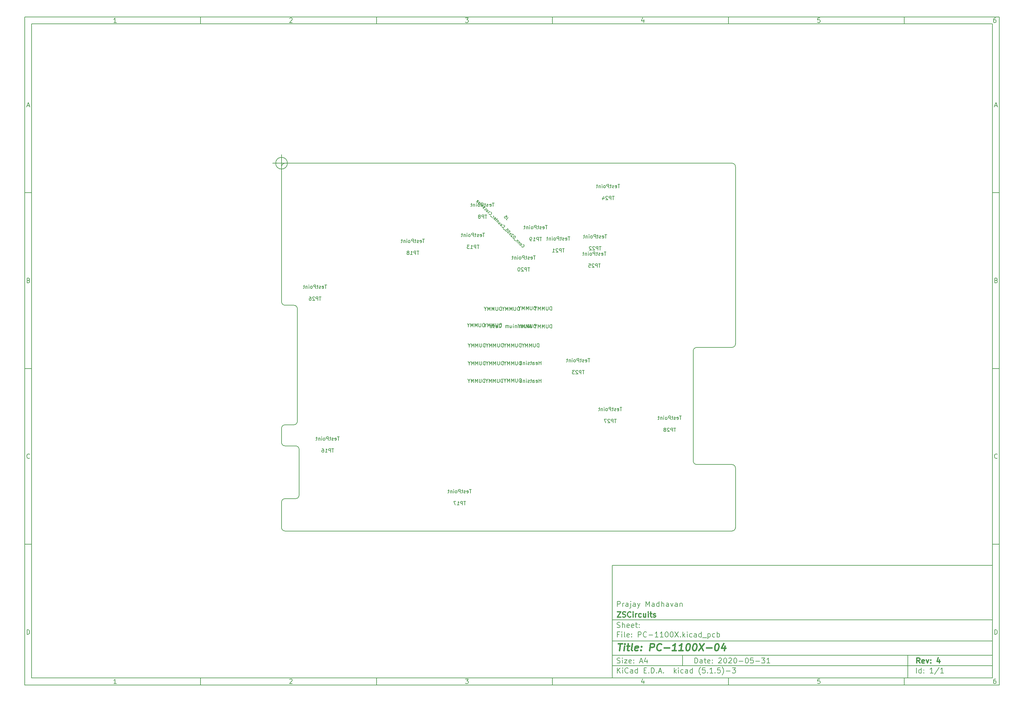
<source format=gbr>
G04 #@! TF.GenerationSoftware,KiCad,Pcbnew,(5.1.5)-3*
G04 #@! TF.CreationDate,2020-12-06T10:31:10+05:30*
G04 #@! TF.ProjectId,PC-1100X,50432d31-3130-4305-982e-6b696361645f,4*
G04 #@! TF.SameCoordinates,Original*
G04 #@! TF.FileFunction,Other,Fab,Bot*
%FSLAX46Y46*%
G04 Gerber Fmt 4.6, Leading zero omitted, Abs format (unit mm)*
G04 Created by KiCad (PCBNEW (5.1.5)-3) date 2020-12-06 10:31:10*
%MOMM*%
%LPD*%
G04 APERTURE LIST*
%ADD10C,0.100000*%
%ADD11C,0.150000*%
%ADD12C,0.300000*%
%ADD13C,0.400000*%
G04 #@! TA.AperFunction,Profile*
%ADD14C,0.150000*%
G04 #@! TD*
G04 APERTURE END LIST*
D10*
D11*
X177002200Y-166007200D02*
X177002200Y-198007200D01*
X285002200Y-198007200D01*
X285002200Y-166007200D01*
X177002200Y-166007200D01*
D10*
D11*
X10000000Y-10000000D02*
X10000000Y-200007200D01*
X287002200Y-200007200D01*
X287002200Y-10000000D01*
X10000000Y-10000000D01*
D10*
D11*
X12000000Y-12000000D02*
X12000000Y-198007200D01*
X285002200Y-198007200D01*
X285002200Y-12000000D01*
X12000000Y-12000000D01*
D10*
D11*
X60000000Y-12000000D02*
X60000000Y-10000000D01*
D10*
D11*
X110000000Y-12000000D02*
X110000000Y-10000000D01*
D10*
D11*
X160000000Y-12000000D02*
X160000000Y-10000000D01*
D10*
D11*
X210000000Y-12000000D02*
X210000000Y-10000000D01*
D10*
D11*
X260000000Y-12000000D02*
X260000000Y-10000000D01*
D10*
D11*
X36065476Y-11588095D02*
X35322619Y-11588095D01*
X35694047Y-11588095D02*
X35694047Y-10288095D01*
X35570238Y-10473809D01*
X35446428Y-10597619D01*
X35322619Y-10659523D01*
D10*
D11*
X85322619Y-10411904D02*
X85384523Y-10350000D01*
X85508333Y-10288095D01*
X85817857Y-10288095D01*
X85941666Y-10350000D01*
X86003571Y-10411904D01*
X86065476Y-10535714D01*
X86065476Y-10659523D01*
X86003571Y-10845238D01*
X85260714Y-11588095D01*
X86065476Y-11588095D01*
D10*
D11*
X135260714Y-10288095D02*
X136065476Y-10288095D01*
X135632142Y-10783333D01*
X135817857Y-10783333D01*
X135941666Y-10845238D01*
X136003571Y-10907142D01*
X136065476Y-11030952D01*
X136065476Y-11340476D01*
X136003571Y-11464285D01*
X135941666Y-11526190D01*
X135817857Y-11588095D01*
X135446428Y-11588095D01*
X135322619Y-11526190D01*
X135260714Y-11464285D01*
D10*
D11*
X185941666Y-10721428D02*
X185941666Y-11588095D01*
X185632142Y-10226190D02*
X185322619Y-11154761D01*
X186127380Y-11154761D01*
D10*
D11*
X236003571Y-10288095D02*
X235384523Y-10288095D01*
X235322619Y-10907142D01*
X235384523Y-10845238D01*
X235508333Y-10783333D01*
X235817857Y-10783333D01*
X235941666Y-10845238D01*
X236003571Y-10907142D01*
X236065476Y-11030952D01*
X236065476Y-11340476D01*
X236003571Y-11464285D01*
X235941666Y-11526190D01*
X235817857Y-11588095D01*
X235508333Y-11588095D01*
X235384523Y-11526190D01*
X235322619Y-11464285D01*
D10*
D11*
X285941666Y-10288095D02*
X285694047Y-10288095D01*
X285570238Y-10350000D01*
X285508333Y-10411904D01*
X285384523Y-10597619D01*
X285322619Y-10845238D01*
X285322619Y-11340476D01*
X285384523Y-11464285D01*
X285446428Y-11526190D01*
X285570238Y-11588095D01*
X285817857Y-11588095D01*
X285941666Y-11526190D01*
X286003571Y-11464285D01*
X286065476Y-11340476D01*
X286065476Y-11030952D01*
X286003571Y-10907142D01*
X285941666Y-10845238D01*
X285817857Y-10783333D01*
X285570238Y-10783333D01*
X285446428Y-10845238D01*
X285384523Y-10907142D01*
X285322619Y-11030952D01*
D10*
D11*
X60000000Y-198007200D02*
X60000000Y-200007200D01*
D10*
D11*
X110000000Y-198007200D02*
X110000000Y-200007200D01*
D10*
D11*
X160000000Y-198007200D02*
X160000000Y-200007200D01*
D10*
D11*
X210000000Y-198007200D02*
X210000000Y-200007200D01*
D10*
D11*
X260000000Y-198007200D02*
X260000000Y-200007200D01*
D10*
D11*
X36065476Y-199595295D02*
X35322619Y-199595295D01*
X35694047Y-199595295D02*
X35694047Y-198295295D01*
X35570238Y-198481009D01*
X35446428Y-198604819D01*
X35322619Y-198666723D01*
D10*
D11*
X85322619Y-198419104D02*
X85384523Y-198357200D01*
X85508333Y-198295295D01*
X85817857Y-198295295D01*
X85941666Y-198357200D01*
X86003571Y-198419104D01*
X86065476Y-198542914D01*
X86065476Y-198666723D01*
X86003571Y-198852438D01*
X85260714Y-199595295D01*
X86065476Y-199595295D01*
D10*
D11*
X135260714Y-198295295D02*
X136065476Y-198295295D01*
X135632142Y-198790533D01*
X135817857Y-198790533D01*
X135941666Y-198852438D01*
X136003571Y-198914342D01*
X136065476Y-199038152D01*
X136065476Y-199347676D01*
X136003571Y-199471485D01*
X135941666Y-199533390D01*
X135817857Y-199595295D01*
X135446428Y-199595295D01*
X135322619Y-199533390D01*
X135260714Y-199471485D01*
D10*
D11*
X185941666Y-198728628D02*
X185941666Y-199595295D01*
X185632142Y-198233390D02*
X185322619Y-199161961D01*
X186127380Y-199161961D01*
D10*
D11*
X236003571Y-198295295D02*
X235384523Y-198295295D01*
X235322619Y-198914342D01*
X235384523Y-198852438D01*
X235508333Y-198790533D01*
X235817857Y-198790533D01*
X235941666Y-198852438D01*
X236003571Y-198914342D01*
X236065476Y-199038152D01*
X236065476Y-199347676D01*
X236003571Y-199471485D01*
X235941666Y-199533390D01*
X235817857Y-199595295D01*
X235508333Y-199595295D01*
X235384523Y-199533390D01*
X235322619Y-199471485D01*
D10*
D11*
X285941666Y-198295295D02*
X285694047Y-198295295D01*
X285570238Y-198357200D01*
X285508333Y-198419104D01*
X285384523Y-198604819D01*
X285322619Y-198852438D01*
X285322619Y-199347676D01*
X285384523Y-199471485D01*
X285446428Y-199533390D01*
X285570238Y-199595295D01*
X285817857Y-199595295D01*
X285941666Y-199533390D01*
X286003571Y-199471485D01*
X286065476Y-199347676D01*
X286065476Y-199038152D01*
X286003571Y-198914342D01*
X285941666Y-198852438D01*
X285817857Y-198790533D01*
X285570238Y-198790533D01*
X285446428Y-198852438D01*
X285384523Y-198914342D01*
X285322619Y-199038152D01*
D10*
D11*
X10000000Y-60000000D02*
X12000000Y-60000000D01*
D10*
D11*
X10000000Y-110000000D02*
X12000000Y-110000000D01*
D10*
D11*
X10000000Y-160000000D02*
X12000000Y-160000000D01*
D10*
D11*
X10690476Y-35216666D02*
X11309523Y-35216666D01*
X10566666Y-35588095D02*
X11000000Y-34288095D01*
X11433333Y-35588095D01*
D10*
D11*
X11092857Y-84907142D02*
X11278571Y-84969047D01*
X11340476Y-85030952D01*
X11402380Y-85154761D01*
X11402380Y-85340476D01*
X11340476Y-85464285D01*
X11278571Y-85526190D01*
X11154761Y-85588095D01*
X10659523Y-85588095D01*
X10659523Y-84288095D01*
X11092857Y-84288095D01*
X11216666Y-84350000D01*
X11278571Y-84411904D01*
X11340476Y-84535714D01*
X11340476Y-84659523D01*
X11278571Y-84783333D01*
X11216666Y-84845238D01*
X11092857Y-84907142D01*
X10659523Y-84907142D01*
D10*
D11*
X11402380Y-135464285D02*
X11340476Y-135526190D01*
X11154761Y-135588095D01*
X11030952Y-135588095D01*
X10845238Y-135526190D01*
X10721428Y-135402380D01*
X10659523Y-135278571D01*
X10597619Y-135030952D01*
X10597619Y-134845238D01*
X10659523Y-134597619D01*
X10721428Y-134473809D01*
X10845238Y-134350000D01*
X11030952Y-134288095D01*
X11154761Y-134288095D01*
X11340476Y-134350000D01*
X11402380Y-134411904D01*
D10*
D11*
X10659523Y-185588095D02*
X10659523Y-184288095D01*
X10969047Y-184288095D01*
X11154761Y-184350000D01*
X11278571Y-184473809D01*
X11340476Y-184597619D01*
X11402380Y-184845238D01*
X11402380Y-185030952D01*
X11340476Y-185278571D01*
X11278571Y-185402380D01*
X11154761Y-185526190D01*
X10969047Y-185588095D01*
X10659523Y-185588095D01*
D10*
D11*
X287002200Y-60000000D02*
X285002200Y-60000000D01*
D10*
D11*
X287002200Y-110000000D02*
X285002200Y-110000000D01*
D10*
D11*
X287002200Y-160000000D02*
X285002200Y-160000000D01*
D10*
D11*
X285692676Y-35216666D02*
X286311723Y-35216666D01*
X285568866Y-35588095D02*
X286002200Y-34288095D01*
X286435533Y-35588095D01*
D10*
D11*
X286095057Y-84907142D02*
X286280771Y-84969047D01*
X286342676Y-85030952D01*
X286404580Y-85154761D01*
X286404580Y-85340476D01*
X286342676Y-85464285D01*
X286280771Y-85526190D01*
X286156961Y-85588095D01*
X285661723Y-85588095D01*
X285661723Y-84288095D01*
X286095057Y-84288095D01*
X286218866Y-84350000D01*
X286280771Y-84411904D01*
X286342676Y-84535714D01*
X286342676Y-84659523D01*
X286280771Y-84783333D01*
X286218866Y-84845238D01*
X286095057Y-84907142D01*
X285661723Y-84907142D01*
D10*
D11*
X286404580Y-135464285D02*
X286342676Y-135526190D01*
X286156961Y-135588095D01*
X286033152Y-135588095D01*
X285847438Y-135526190D01*
X285723628Y-135402380D01*
X285661723Y-135278571D01*
X285599819Y-135030952D01*
X285599819Y-134845238D01*
X285661723Y-134597619D01*
X285723628Y-134473809D01*
X285847438Y-134350000D01*
X286033152Y-134288095D01*
X286156961Y-134288095D01*
X286342676Y-134350000D01*
X286404580Y-134411904D01*
D10*
D11*
X285661723Y-185588095D02*
X285661723Y-184288095D01*
X285971247Y-184288095D01*
X286156961Y-184350000D01*
X286280771Y-184473809D01*
X286342676Y-184597619D01*
X286404580Y-184845238D01*
X286404580Y-185030952D01*
X286342676Y-185278571D01*
X286280771Y-185402380D01*
X286156961Y-185526190D01*
X285971247Y-185588095D01*
X285661723Y-185588095D01*
D10*
D11*
X200434342Y-193785771D02*
X200434342Y-192285771D01*
X200791485Y-192285771D01*
X201005771Y-192357200D01*
X201148628Y-192500057D01*
X201220057Y-192642914D01*
X201291485Y-192928628D01*
X201291485Y-193142914D01*
X201220057Y-193428628D01*
X201148628Y-193571485D01*
X201005771Y-193714342D01*
X200791485Y-193785771D01*
X200434342Y-193785771D01*
X202577200Y-193785771D02*
X202577200Y-193000057D01*
X202505771Y-192857200D01*
X202362914Y-192785771D01*
X202077200Y-192785771D01*
X201934342Y-192857200D01*
X202577200Y-193714342D02*
X202434342Y-193785771D01*
X202077200Y-193785771D01*
X201934342Y-193714342D01*
X201862914Y-193571485D01*
X201862914Y-193428628D01*
X201934342Y-193285771D01*
X202077200Y-193214342D01*
X202434342Y-193214342D01*
X202577200Y-193142914D01*
X203077200Y-192785771D02*
X203648628Y-192785771D01*
X203291485Y-192285771D02*
X203291485Y-193571485D01*
X203362914Y-193714342D01*
X203505771Y-193785771D01*
X203648628Y-193785771D01*
X204720057Y-193714342D02*
X204577200Y-193785771D01*
X204291485Y-193785771D01*
X204148628Y-193714342D01*
X204077200Y-193571485D01*
X204077200Y-193000057D01*
X204148628Y-192857200D01*
X204291485Y-192785771D01*
X204577200Y-192785771D01*
X204720057Y-192857200D01*
X204791485Y-193000057D01*
X204791485Y-193142914D01*
X204077200Y-193285771D01*
X205434342Y-193642914D02*
X205505771Y-193714342D01*
X205434342Y-193785771D01*
X205362914Y-193714342D01*
X205434342Y-193642914D01*
X205434342Y-193785771D01*
X205434342Y-192857200D02*
X205505771Y-192928628D01*
X205434342Y-193000057D01*
X205362914Y-192928628D01*
X205434342Y-192857200D01*
X205434342Y-193000057D01*
X207220057Y-192428628D02*
X207291485Y-192357200D01*
X207434342Y-192285771D01*
X207791485Y-192285771D01*
X207934342Y-192357200D01*
X208005771Y-192428628D01*
X208077200Y-192571485D01*
X208077200Y-192714342D01*
X208005771Y-192928628D01*
X207148628Y-193785771D01*
X208077200Y-193785771D01*
X209005771Y-192285771D02*
X209148628Y-192285771D01*
X209291485Y-192357200D01*
X209362914Y-192428628D01*
X209434342Y-192571485D01*
X209505771Y-192857200D01*
X209505771Y-193214342D01*
X209434342Y-193500057D01*
X209362914Y-193642914D01*
X209291485Y-193714342D01*
X209148628Y-193785771D01*
X209005771Y-193785771D01*
X208862914Y-193714342D01*
X208791485Y-193642914D01*
X208720057Y-193500057D01*
X208648628Y-193214342D01*
X208648628Y-192857200D01*
X208720057Y-192571485D01*
X208791485Y-192428628D01*
X208862914Y-192357200D01*
X209005771Y-192285771D01*
X210077200Y-192428628D02*
X210148628Y-192357200D01*
X210291485Y-192285771D01*
X210648628Y-192285771D01*
X210791485Y-192357200D01*
X210862914Y-192428628D01*
X210934342Y-192571485D01*
X210934342Y-192714342D01*
X210862914Y-192928628D01*
X210005771Y-193785771D01*
X210934342Y-193785771D01*
X211862914Y-192285771D02*
X212005771Y-192285771D01*
X212148628Y-192357200D01*
X212220057Y-192428628D01*
X212291485Y-192571485D01*
X212362914Y-192857200D01*
X212362914Y-193214342D01*
X212291485Y-193500057D01*
X212220057Y-193642914D01*
X212148628Y-193714342D01*
X212005771Y-193785771D01*
X211862914Y-193785771D01*
X211720057Y-193714342D01*
X211648628Y-193642914D01*
X211577200Y-193500057D01*
X211505771Y-193214342D01*
X211505771Y-192857200D01*
X211577200Y-192571485D01*
X211648628Y-192428628D01*
X211720057Y-192357200D01*
X211862914Y-192285771D01*
X213005771Y-193214342D02*
X214148628Y-193214342D01*
X215148628Y-192285771D02*
X215291485Y-192285771D01*
X215434342Y-192357200D01*
X215505771Y-192428628D01*
X215577200Y-192571485D01*
X215648628Y-192857200D01*
X215648628Y-193214342D01*
X215577200Y-193500057D01*
X215505771Y-193642914D01*
X215434342Y-193714342D01*
X215291485Y-193785771D01*
X215148628Y-193785771D01*
X215005771Y-193714342D01*
X214934342Y-193642914D01*
X214862914Y-193500057D01*
X214791485Y-193214342D01*
X214791485Y-192857200D01*
X214862914Y-192571485D01*
X214934342Y-192428628D01*
X215005771Y-192357200D01*
X215148628Y-192285771D01*
X217005771Y-192285771D02*
X216291485Y-192285771D01*
X216220057Y-193000057D01*
X216291485Y-192928628D01*
X216434342Y-192857200D01*
X216791485Y-192857200D01*
X216934342Y-192928628D01*
X217005771Y-193000057D01*
X217077200Y-193142914D01*
X217077200Y-193500057D01*
X217005771Y-193642914D01*
X216934342Y-193714342D01*
X216791485Y-193785771D01*
X216434342Y-193785771D01*
X216291485Y-193714342D01*
X216220057Y-193642914D01*
X217720057Y-193214342D02*
X218862914Y-193214342D01*
X219434342Y-192285771D02*
X220362914Y-192285771D01*
X219862914Y-192857200D01*
X220077200Y-192857200D01*
X220220057Y-192928628D01*
X220291485Y-193000057D01*
X220362914Y-193142914D01*
X220362914Y-193500057D01*
X220291485Y-193642914D01*
X220220057Y-193714342D01*
X220077200Y-193785771D01*
X219648628Y-193785771D01*
X219505771Y-193714342D01*
X219434342Y-193642914D01*
X221791485Y-193785771D02*
X220934342Y-193785771D01*
X221362914Y-193785771D02*
X221362914Y-192285771D01*
X221220057Y-192500057D01*
X221077200Y-192642914D01*
X220934342Y-192714342D01*
D10*
D11*
X177002200Y-194507200D02*
X285002200Y-194507200D01*
D10*
D11*
X178434342Y-196585771D02*
X178434342Y-195085771D01*
X179291485Y-196585771D02*
X178648628Y-195728628D01*
X179291485Y-195085771D02*
X178434342Y-195942914D01*
X179934342Y-196585771D02*
X179934342Y-195585771D01*
X179934342Y-195085771D02*
X179862914Y-195157200D01*
X179934342Y-195228628D01*
X180005771Y-195157200D01*
X179934342Y-195085771D01*
X179934342Y-195228628D01*
X181505771Y-196442914D02*
X181434342Y-196514342D01*
X181220057Y-196585771D01*
X181077200Y-196585771D01*
X180862914Y-196514342D01*
X180720057Y-196371485D01*
X180648628Y-196228628D01*
X180577200Y-195942914D01*
X180577200Y-195728628D01*
X180648628Y-195442914D01*
X180720057Y-195300057D01*
X180862914Y-195157200D01*
X181077200Y-195085771D01*
X181220057Y-195085771D01*
X181434342Y-195157200D01*
X181505771Y-195228628D01*
X182791485Y-196585771D02*
X182791485Y-195800057D01*
X182720057Y-195657200D01*
X182577200Y-195585771D01*
X182291485Y-195585771D01*
X182148628Y-195657200D01*
X182791485Y-196514342D02*
X182648628Y-196585771D01*
X182291485Y-196585771D01*
X182148628Y-196514342D01*
X182077200Y-196371485D01*
X182077200Y-196228628D01*
X182148628Y-196085771D01*
X182291485Y-196014342D01*
X182648628Y-196014342D01*
X182791485Y-195942914D01*
X184148628Y-196585771D02*
X184148628Y-195085771D01*
X184148628Y-196514342D02*
X184005771Y-196585771D01*
X183720057Y-196585771D01*
X183577200Y-196514342D01*
X183505771Y-196442914D01*
X183434342Y-196300057D01*
X183434342Y-195871485D01*
X183505771Y-195728628D01*
X183577200Y-195657200D01*
X183720057Y-195585771D01*
X184005771Y-195585771D01*
X184148628Y-195657200D01*
X186005771Y-195800057D02*
X186505771Y-195800057D01*
X186720057Y-196585771D02*
X186005771Y-196585771D01*
X186005771Y-195085771D01*
X186720057Y-195085771D01*
X187362914Y-196442914D02*
X187434342Y-196514342D01*
X187362914Y-196585771D01*
X187291485Y-196514342D01*
X187362914Y-196442914D01*
X187362914Y-196585771D01*
X188077200Y-196585771D02*
X188077200Y-195085771D01*
X188434342Y-195085771D01*
X188648628Y-195157200D01*
X188791485Y-195300057D01*
X188862914Y-195442914D01*
X188934342Y-195728628D01*
X188934342Y-195942914D01*
X188862914Y-196228628D01*
X188791485Y-196371485D01*
X188648628Y-196514342D01*
X188434342Y-196585771D01*
X188077200Y-196585771D01*
X189577200Y-196442914D02*
X189648628Y-196514342D01*
X189577200Y-196585771D01*
X189505771Y-196514342D01*
X189577200Y-196442914D01*
X189577200Y-196585771D01*
X190220057Y-196157200D02*
X190934342Y-196157200D01*
X190077200Y-196585771D02*
X190577200Y-195085771D01*
X191077200Y-196585771D01*
X191577200Y-196442914D02*
X191648628Y-196514342D01*
X191577200Y-196585771D01*
X191505771Y-196514342D01*
X191577200Y-196442914D01*
X191577200Y-196585771D01*
X194577200Y-196585771D02*
X194577200Y-195085771D01*
X194720057Y-196014342D02*
X195148628Y-196585771D01*
X195148628Y-195585771D02*
X194577200Y-196157200D01*
X195791485Y-196585771D02*
X195791485Y-195585771D01*
X195791485Y-195085771D02*
X195720057Y-195157200D01*
X195791485Y-195228628D01*
X195862914Y-195157200D01*
X195791485Y-195085771D01*
X195791485Y-195228628D01*
X197148628Y-196514342D02*
X197005771Y-196585771D01*
X196720057Y-196585771D01*
X196577200Y-196514342D01*
X196505771Y-196442914D01*
X196434342Y-196300057D01*
X196434342Y-195871485D01*
X196505771Y-195728628D01*
X196577200Y-195657200D01*
X196720057Y-195585771D01*
X197005771Y-195585771D01*
X197148628Y-195657200D01*
X198434342Y-196585771D02*
X198434342Y-195800057D01*
X198362914Y-195657200D01*
X198220057Y-195585771D01*
X197934342Y-195585771D01*
X197791485Y-195657200D01*
X198434342Y-196514342D02*
X198291485Y-196585771D01*
X197934342Y-196585771D01*
X197791485Y-196514342D01*
X197720057Y-196371485D01*
X197720057Y-196228628D01*
X197791485Y-196085771D01*
X197934342Y-196014342D01*
X198291485Y-196014342D01*
X198434342Y-195942914D01*
X199791485Y-196585771D02*
X199791485Y-195085771D01*
X199791485Y-196514342D02*
X199648628Y-196585771D01*
X199362914Y-196585771D01*
X199220057Y-196514342D01*
X199148628Y-196442914D01*
X199077200Y-196300057D01*
X199077200Y-195871485D01*
X199148628Y-195728628D01*
X199220057Y-195657200D01*
X199362914Y-195585771D01*
X199648628Y-195585771D01*
X199791485Y-195657200D01*
X202077200Y-197157200D02*
X202005771Y-197085771D01*
X201862914Y-196871485D01*
X201791485Y-196728628D01*
X201720057Y-196514342D01*
X201648628Y-196157200D01*
X201648628Y-195871485D01*
X201720057Y-195514342D01*
X201791485Y-195300057D01*
X201862914Y-195157200D01*
X202005771Y-194942914D01*
X202077200Y-194871485D01*
X203362914Y-195085771D02*
X202648628Y-195085771D01*
X202577200Y-195800057D01*
X202648628Y-195728628D01*
X202791485Y-195657200D01*
X203148628Y-195657200D01*
X203291485Y-195728628D01*
X203362914Y-195800057D01*
X203434342Y-195942914D01*
X203434342Y-196300057D01*
X203362914Y-196442914D01*
X203291485Y-196514342D01*
X203148628Y-196585771D01*
X202791485Y-196585771D01*
X202648628Y-196514342D01*
X202577200Y-196442914D01*
X204077200Y-196442914D02*
X204148628Y-196514342D01*
X204077200Y-196585771D01*
X204005771Y-196514342D01*
X204077200Y-196442914D01*
X204077200Y-196585771D01*
X205577200Y-196585771D02*
X204720057Y-196585771D01*
X205148628Y-196585771D02*
X205148628Y-195085771D01*
X205005771Y-195300057D01*
X204862914Y-195442914D01*
X204720057Y-195514342D01*
X206220057Y-196442914D02*
X206291485Y-196514342D01*
X206220057Y-196585771D01*
X206148628Y-196514342D01*
X206220057Y-196442914D01*
X206220057Y-196585771D01*
X207648628Y-195085771D02*
X206934342Y-195085771D01*
X206862914Y-195800057D01*
X206934342Y-195728628D01*
X207077200Y-195657200D01*
X207434342Y-195657200D01*
X207577200Y-195728628D01*
X207648628Y-195800057D01*
X207720057Y-195942914D01*
X207720057Y-196300057D01*
X207648628Y-196442914D01*
X207577200Y-196514342D01*
X207434342Y-196585771D01*
X207077200Y-196585771D01*
X206934342Y-196514342D01*
X206862914Y-196442914D01*
X208220057Y-197157200D02*
X208291485Y-197085771D01*
X208434342Y-196871485D01*
X208505771Y-196728628D01*
X208577200Y-196514342D01*
X208648628Y-196157200D01*
X208648628Y-195871485D01*
X208577200Y-195514342D01*
X208505771Y-195300057D01*
X208434342Y-195157200D01*
X208291485Y-194942914D01*
X208220057Y-194871485D01*
X209362914Y-196014342D02*
X210505771Y-196014342D01*
X211077200Y-195085771D02*
X212005771Y-195085771D01*
X211505771Y-195657200D01*
X211720057Y-195657200D01*
X211862914Y-195728628D01*
X211934342Y-195800057D01*
X212005771Y-195942914D01*
X212005771Y-196300057D01*
X211934342Y-196442914D01*
X211862914Y-196514342D01*
X211720057Y-196585771D01*
X211291485Y-196585771D01*
X211148628Y-196514342D01*
X211077200Y-196442914D01*
D10*
D11*
X177002200Y-191507200D02*
X285002200Y-191507200D01*
D10*
D12*
X264411485Y-193785771D02*
X263911485Y-193071485D01*
X263554342Y-193785771D02*
X263554342Y-192285771D01*
X264125771Y-192285771D01*
X264268628Y-192357200D01*
X264340057Y-192428628D01*
X264411485Y-192571485D01*
X264411485Y-192785771D01*
X264340057Y-192928628D01*
X264268628Y-193000057D01*
X264125771Y-193071485D01*
X263554342Y-193071485D01*
X265625771Y-193714342D02*
X265482914Y-193785771D01*
X265197200Y-193785771D01*
X265054342Y-193714342D01*
X264982914Y-193571485D01*
X264982914Y-193000057D01*
X265054342Y-192857200D01*
X265197200Y-192785771D01*
X265482914Y-192785771D01*
X265625771Y-192857200D01*
X265697200Y-193000057D01*
X265697200Y-193142914D01*
X264982914Y-193285771D01*
X266197200Y-192785771D02*
X266554342Y-193785771D01*
X266911485Y-192785771D01*
X267482914Y-193642914D02*
X267554342Y-193714342D01*
X267482914Y-193785771D01*
X267411485Y-193714342D01*
X267482914Y-193642914D01*
X267482914Y-193785771D01*
X267482914Y-192857200D02*
X267554342Y-192928628D01*
X267482914Y-193000057D01*
X267411485Y-192928628D01*
X267482914Y-192857200D01*
X267482914Y-193000057D01*
X269982914Y-192785771D02*
X269982914Y-193785771D01*
X269625771Y-192214342D02*
X269268628Y-193285771D01*
X270197200Y-193285771D01*
D10*
D11*
X178362914Y-193714342D02*
X178577200Y-193785771D01*
X178934342Y-193785771D01*
X179077200Y-193714342D01*
X179148628Y-193642914D01*
X179220057Y-193500057D01*
X179220057Y-193357200D01*
X179148628Y-193214342D01*
X179077200Y-193142914D01*
X178934342Y-193071485D01*
X178648628Y-193000057D01*
X178505771Y-192928628D01*
X178434342Y-192857200D01*
X178362914Y-192714342D01*
X178362914Y-192571485D01*
X178434342Y-192428628D01*
X178505771Y-192357200D01*
X178648628Y-192285771D01*
X179005771Y-192285771D01*
X179220057Y-192357200D01*
X179862914Y-193785771D02*
X179862914Y-192785771D01*
X179862914Y-192285771D02*
X179791485Y-192357200D01*
X179862914Y-192428628D01*
X179934342Y-192357200D01*
X179862914Y-192285771D01*
X179862914Y-192428628D01*
X180434342Y-192785771D02*
X181220057Y-192785771D01*
X180434342Y-193785771D01*
X181220057Y-193785771D01*
X182362914Y-193714342D02*
X182220057Y-193785771D01*
X181934342Y-193785771D01*
X181791485Y-193714342D01*
X181720057Y-193571485D01*
X181720057Y-193000057D01*
X181791485Y-192857200D01*
X181934342Y-192785771D01*
X182220057Y-192785771D01*
X182362914Y-192857200D01*
X182434342Y-193000057D01*
X182434342Y-193142914D01*
X181720057Y-193285771D01*
X183077200Y-193642914D02*
X183148628Y-193714342D01*
X183077200Y-193785771D01*
X183005771Y-193714342D01*
X183077200Y-193642914D01*
X183077200Y-193785771D01*
X183077200Y-192857200D02*
X183148628Y-192928628D01*
X183077200Y-193000057D01*
X183005771Y-192928628D01*
X183077200Y-192857200D01*
X183077200Y-193000057D01*
X184862914Y-193357200D02*
X185577200Y-193357200D01*
X184720057Y-193785771D02*
X185220057Y-192285771D01*
X185720057Y-193785771D01*
X186862914Y-192785771D02*
X186862914Y-193785771D01*
X186505771Y-192214342D02*
X186148628Y-193285771D01*
X187077200Y-193285771D01*
D10*
D11*
X263434342Y-196585771D02*
X263434342Y-195085771D01*
X264791485Y-196585771D02*
X264791485Y-195085771D01*
X264791485Y-196514342D02*
X264648628Y-196585771D01*
X264362914Y-196585771D01*
X264220057Y-196514342D01*
X264148628Y-196442914D01*
X264077200Y-196300057D01*
X264077200Y-195871485D01*
X264148628Y-195728628D01*
X264220057Y-195657200D01*
X264362914Y-195585771D01*
X264648628Y-195585771D01*
X264791485Y-195657200D01*
X265505771Y-196442914D02*
X265577200Y-196514342D01*
X265505771Y-196585771D01*
X265434342Y-196514342D01*
X265505771Y-196442914D01*
X265505771Y-196585771D01*
X265505771Y-195657200D02*
X265577200Y-195728628D01*
X265505771Y-195800057D01*
X265434342Y-195728628D01*
X265505771Y-195657200D01*
X265505771Y-195800057D01*
X268148628Y-196585771D02*
X267291485Y-196585771D01*
X267720057Y-196585771D02*
X267720057Y-195085771D01*
X267577200Y-195300057D01*
X267434342Y-195442914D01*
X267291485Y-195514342D01*
X269862914Y-195014342D02*
X268577200Y-196942914D01*
X271148628Y-196585771D02*
X270291485Y-196585771D01*
X270720057Y-196585771D02*
X270720057Y-195085771D01*
X270577200Y-195300057D01*
X270434342Y-195442914D01*
X270291485Y-195514342D01*
D10*
D11*
X177002200Y-187507200D02*
X285002200Y-187507200D01*
D10*
D13*
X178714580Y-188211961D02*
X179857438Y-188211961D01*
X179036009Y-190211961D02*
X179286009Y-188211961D01*
X180274104Y-190211961D02*
X180440771Y-188878628D01*
X180524104Y-188211961D02*
X180416961Y-188307200D01*
X180500295Y-188402438D01*
X180607438Y-188307200D01*
X180524104Y-188211961D01*
X180500295Y-188402438D01*
X181107438Y-188878628D02*
X181869342Y-188878628D01*
X181476485Y-188211961D02*
X181262200Y-189926247D01*
X181333628Y-190116723D01*
X181512200Y-190211961D01*
X181702676Y-190211961D01*
X182655057Y-190211961D02*
X182476485Y-190116723D01*
X182405057Y-189926247D01*
X182619342Y-188211961D01*
X184190771Y-190116723D02*
X183988390Y-190211961D01*
X183607438Y-190211961D01*
X183428866Y-190116723D01*
X183357438Y-189926247D01*
X183452676Y-189164342D01*
X183571723Y-188973866D01*
X183774104Y-188878628D01*
X184155057Y-188878628D01*
X184333628Y-188973866D01*
X184405057Y-189164342D01*
X184381247Y-189354819D01*
X183405057Y-189545295D01*
X185155057Y-190021485D02*
X185238390Y-190116723D01*
X185131247Y-190211961D01*
X185047914Y-190116723D01*
X185155057Y-190021485D01*
X185131247Y-190211961D01*
X185286009Y-188973866D02*
X185369342Y-189069104D01*
X185262200Y-189164342D01*
X185178866Y-189069104D01*
X185286009Y-188973866D01*
X185262200Y-189164342D01*
X187607438Y-190211961D02*
X187857438Y-188211961D01*
X188619342Y-188211961D01*
X188797914Y-188307200D01*
X188881247Y-188402438D01*
X188952676Y-188592914D01*
X188916961Y-188878628D01*
X188797914Y-189069104D01*
X188690771Y-189164342D01*
X188488390Y-189259580D01*
X187726485Y-189259580D01*
X190774104Y-190021485D02*
X190666961Y-190116723D01*
X190369342Y-190211961D01*
X190178866Y-190211961D01*
X189905057Y-190116723D01*
X189738390Y-189926247D01*
X189666961Y-189735771D01*
X189619342Y-189354819D01*
X189655057Y-189069104D01*
X189797914Y-188688152D01*
X189916961Y-188497676D01*
X190131247Y-188307200D01*
X190428866Y-188211961D01*
X190619342Y-188211961D01*
X190893152Y-188307200D01*
X190976485Y-188402438D01*
X191702676Y-189450057D02*
X193226485Y-189450057D01*
X195131247Y-190211961D02*
X193988390Y-190211961D01*
X194559819Y-190211961D02*
X194809819Y-188211961D01*
X194583628Y-188497676D01*
X194369342Y-188688152D01*
X194166961Y-188783390D01*
X197036009Y-190211961D02*
X195893152Y-190211961D01*
X196464580Y-190211961D02*
X196714580Y-188211961D01*
X196488390Y-188497676D01*
X196274104Y-188688152D01*
X196071723Y-188783390D01*
X198524104Y-188211961D02*
X198714580Y-188211961D01*
X198893152Y-188307200D01*
X198976485Y-188402438D01*
X199047914Y-188592914D01*
X199095533Y-188973866D01*
X199036009Y-189450057D01*
X198893152Y-189831009D01*
X198774104Y-190021485D01*
X198666961Y-190116723D01*
X198464580Y-190211961D01*
X198274104Y-190211961D01*
X198095533Y-190116723D01*
X198012200Y-190021485D01*
X197940771Y-189831009D01*
X197893152Y-189450057D01*
X197952676Y-188973866D01*
X198095533Y-188592914D01*
X198214580Y-188402438D01*
X198321723Y-188307200D01*
X198524104Y-188211961D01*
X200428866Y-188211961D02*
X200619342Y-188211961D01*
X200797914Y-188307200D01*
X200881247Y-188402438D01*
X200952676Y-188592914D01*
X201000295Y-188973866D01*
X200940771Y-189450057D01*
X200797914Y-189831009D01*
X200678866Y-190021485D01*
X200571723Y-190116723D01*
X200369342Y-190211961D01*
X200178866Y-190211961D01*
X200000295Y-190116723D01*
X199916961Y-190021485D01*
X199845533Y-189831009D01*
X199797914Y-189450057D01*
X199857438Y-188973866D01*
X200000295Y-188592914D01*
X200119342Y-188402438D01*
X200226485Y-188307200D01*
X200428866Y-188211961D01*
X201762200Y-188211961D02*
X202845533Y-190211961D01*
X203095533Y-188211961D02*
X201512200Y-190211961D01*
X203702676Y-189450057D02*
X205226485Y-189450057D01*
X206714580Y-188211961D02*
X206905057Y-188211961D01*
X207083628Y-188307200D01*
X207166961Y-188402438D01*
X207238390Y-188592914D01*
X207286009Y-188973866D01*
X207226485Y-189450057D01*
X207083628Y-189831009D01*
X206964580Y-190021485D01*
X206857438Y-190116723D01*
X206655057Y-190211961D01*
X206464580Y-190211961D01*
X206286009Y-190116723D01*
X206202676Y-190021485D01*
X206131247Y-189831009D01*
X206083628Y-189450057D01*
X206143152Y-188973866D01*
X206286009Y-188592914D01*
X206405057Y-188402438D01*
X206512200Y-188307200D01*
X206714580Y-188211961D01*
X209012200Y-188878628D02*
X208845533Y-190211961D01*
X208631247Y-188116723D02*
X207976485Y-189545295D01*
X209214580Y-189545295D01*
D10*
D11*
X178934342Y-185600057D02*
X178434342Y-185600057D01*
X178434342Y-186385771D02*
X178434342Y-184885771D01*
X179148628Y-184885771D01*
X179720057Y-186385771D02*
X179720057Y-185385771D01*
X179720057Y-184885771D02*
X179648628Y-184957200D01*
X179720057Y-185028628D01*
X179791485Y-184957200D01*
X179720057Y-184885771D01*
X179720057Y-185028628D01*
X180648628Y-186385771D02*
X180505771Y-186314342D01*
X180434342Y-186171485D01*
X180434342Y-184885771D01*
X181791485Y-186314342D02*
X181648628Y-186385771D01*
X181362914Y-186385771D01*
X181220057Y-186314342D01*
X181148628Y-186171485D01*
X181148628Y-185600057D01*
X181220057Y-185457200D01*
X181362914Y-185385771D01*
X181648628Y-185385771D01*
X181791485Y-185457200D01*
X181862914Y-185600057D01*
X181862914Y-185742914D01*
X181148628Y-185885771D01*
X182505771Y-186242914D02*
X182577200Y-186314342D01*
X182505771Y-186385771D01*
X182434342Y-186314342D01*
X182505771Y-186242914D01*
X182505771Y-186385771D01*
X182505771Y-185457200D02*
X182577200Y-185528628D01*
X182505771Y-185600057D01*
X182434342Y-185528628D01*
X182505771Y-185457200D01*
X182505771Y-185600057D01*
X184362914Y-186385771D02*
X184362914Y-184885771D01*
X184934342Y-184885771D01*
X185077200Y-184957200D01*
X185148628Y-185028628D01*
X185220057Y-185171485D01*
X185220057Y-185385771D01*
X185148628Y-185528628D01*
X185077200Y-185600057D01*
X184934342Y-185671485D01*
X184362914Y-185671485D01*
X186720057Y-186242914D02*
X186648628Y-186314342D01*
X186434342Y-186385771D01*
X186291485Y-186385771D01*
X186077200Y-186314342D01*
X185934342Y-186171485D01*
X185862914Y-186028628D01*
X185791485Y-185742914D01*
X185791485Y-185528628D01*
X185862914Y-185242914D01*
X185934342Y-185100057D01*
X186077200Y-184957200D01*
X186291485Y-184885771D01*
X186434342Y-184885771D01*
X186648628Y-184957200D01*
X186720057Y-185028628D01*
X187362914Y-185814342D02*
X188505771Y-185814342D01*
X190005771Y-186385771D02*
X189148628Y-186385771D01*
X189577200Y-186385771D02*
X189577200Y-184885771D01*
X189434342Y-185100057D01*
X189291485Y-185242914D01*
X189148628Y-185314342D01*
X191434342Y-186385771D02*
X190577200Y-186385771D01*
X191005771Y-186385771D02*
X191005771Y-184885771D01*
X190862914Y-185100057D01*
X190720057Y-185242914D01*
X190577200Y-185314342D01*
X192362914Y-184885771D02*
X192505771Y-184885771D01*
X192648628Y-184957200D01*
X192720057Y-185028628D01*
X192791485Y-185171485D01*
X192862914Y-185457200D01*
X192862914Y-185814342D01*
X192791485Y-186100057D01*
X192720057Y-186242914D01*
X192648628Y-186314342D01*
X192505771Y-186385771D01*
X192362914Y-186385771D01*
X192220057Y-186314342D01*
X192148628Y-186242914D01*
X192077200Y-186100057D01*
X192005771Y-185814342D01*
X192005771Y-185457200D01*
X192077200Y-185171485D01*
X192148628Y-185028628D01*
X192220057Y-184957200D01*
X192362914Y-184885771D01*
X193791485Y-184885771D02*
X193934342Y-184885771D01*
X194077200Y-184957200D01*
X194148628Y-185028628D01*
X194220057Y-185171485D01*
X194291485Y-185457200D01*
X194291485Y-185814342D01*
X194220057Y-186100057D01*
X194148628Y-186242914D01*
X194077200Y-186314342D01*
X193934342Y-186385771D01*
X193791485Y-186385771D01*
X193648628Y-186314342D01*
X193577200Y-186242914D01*
X193505771Y-186100057D01*
X193434342Y-185814342D01*
X193434342Y-185457200D01*
X193505771Y-185171485D01*
X193577200Y-185028628D01*
X193648628Y-184957200D01*
X193791485Y-184885771D01*
X194791485Y-184885771D02*
X195791485Y-186385771D01*
X195791485Y-184885771D02*
X194791485Y-186385771D01*
X196362914Y-186242914D02*
X196434342Y-186314342D01*
X196362914Y-186385771D01*
X196291485Y-186314342D01*
X196362914Y-186242914D01*
X196362914Y-186385771D01*
X197077200Y-186385771D02*
X197077200Y-184885771D01*
X197220057Y-185814342D02*
X197648628Y-186385771D01*
X197648628Y-185385771D02*
X197077200Y-185957200D01*
X198291485Y-186385771D02*
X198291485Y-185385771D01*
X198291485Y-184885771D02*
X198220057Y-184957200D01*
X198291485Y-185028628D01*
X198362914Y-184957200D01*
X198291485Y-184885771D01*
X198291485Y-185028628D01*
X199648628Y-186314342D02*
X199505771Y-186385771D01*
X199220057Y-186385771D01*
X199077200Y-186314342D01*
X199005771Y-186242914D01*
X198934342Y-186100057D01*
X198934342Y-185671485D01*
X199005771Y-185528628D01*
X199077200Y-185457200D01*
X199220057Y-185385771D01*
X199505771Y-185385771D01*
X199648628Y-185457200D01*
X200934342Y-186385771D02*
X200934342Y-185600057D01*
X200862914Y-185457200D01*
X200720057Y-185385771D01*
X200434342Y-185385771D01*
X200291485Y-185457200D01*
X200934342Y-186314342D02*
X200791485Y-186385771D01*
X200434342Y-186385771D01*
X200291485Y-186314342D01*
X200220057Y-186171485D01*
X200220057Y-186028628D01*
X200291485Y-185885771D01*
X200434342Y-185814342D01*
X200791485Y-185814342D01*
X200934342Y-185742914D01*
X202291485Y-186385771D02*
X202291485Y-184885771D01*
X202291485Y-186314342D02*
X202148628Y-186385771D01*
X201862914Y-186385771D01*
X201720057Y-186314342D01*
X201648628Y-186242914D01*
X201577200Y-186100057D01*
X201577200Y-185671485D01*
X201648628Y-185528628D01*
X201720057Y-185457200D01*
X201862914Y-185385771D01*
X202148628Y-185385771D01*
X202291485Y-185457200D01*
X202648628Y-186528628D02*
X203791485Y-186528628D01*
X204148628Y-185385771D02*
X204148628Y-186885771D01*
X204148628Y-185457200D02*
X204291485Y-185385771D01*
X204577200Y-185385771D01*
X204720057Y-185457200D01*
X204791485Y-185528628D01*
X204862914Y-185671485D01*
X204862914Y-186100057D01*
X204791485Y-186242914D01*
X204720057Y-186314342D01*
X204577200Y-186385771D01*
X204291485Y-186385771D01*
X204148628Y-186314342D01*
X206148628Y-186314342D02*
X206005771Y-186385771D01*
X205720057Y-186385771D01*
X205577200Y-186314342D01*
X205505771Y-186242914D01*
X205434342Y-186100057D01*
X205434342Y-185671485D01*
X205505771Y-185528628D01*
X205577200Y-185457200D01*
X205720057Y-185385771D01*
X206005771Y-185385771D01*
X206148628Y-185457200D01*
X206791485Y-186385771D02*
X206791485Y-184885771D01*
X206791485Y-185457200D02*
X206934342Y-185385771D01*
X207220057Y-185385771D01*
X207362914Y-185457200D01*
X207434342Y-185528628D01*
X207505771Y-185671485D01*
X207505771Y-186100057D01*
X207434342Y-186242914D01*
X207362914Y-186314342D01*
X207220057Y-186385771D01*
X206934342Y-186385771D01*
X206791485Y-186314342D01*
D10*
D11*
X177002200Y-181507200D02*
X285002200Y-181507200D01*
D10*
D11*
X178362914Y-183614342D02*
X178577200Y-183685771D01*
X178934342Y-183685771D01*
X179077200Y-183614342D01*
X179148628Y-183542914D01*
X179220057Y-183400057D01*
X179220057Y-183257200D01*
X179148628Y-183114342D01*
X179077200Y-183042914D01*
X178934342Y-182971485D01*
X178648628Y-182900057D01*
X178505771Y-182828628D01*
X178434342Y-182757200D01*
X178362914Y-182614342D01*
X178362914Y-182471485D01*
X178434342Y-182328628D01*
X178505771Y-182257200D01*
X178648628Y-182185771D01*
X179005771Y-182185771D01*
X179220057Y-182257200D01*
X179862914Y-183685771D02*
X179862914Y-182185771D01*
X180505771Y-183685771D02*
X180505771Y-182900057D01*
X180434342Y-182757200D01*
X180291485Y-182685771D01*
X180077200Y-182685771D01*
X179934342Y-182757200D01*
X179862914Y-182828628D01*
X181791485Y-183614342D02*
X181648628Y-183685771D01*
X181362914Y-183685771D01*
X181220057Y-183614342D01*
X181148628Y-183471485D01*
X181148628Y-182900057D01*
X181220057Y-182757200D01*
X181362914Y-182685771D01*
X181648628Y-182685771D01*
X181791485Y-182757200D01*
X181862914Y-182900057D01*
X181862914Y-183042914D01*
X181148628Y-183185771D01*
X183077200Y-183614342D02*
X182934342Y-183685771D01*
X182648628Y-183685771D01*
X182505771Y-183614342D01*
X182434342Y-183471485D01*
X182434342Y-182900057D01*
X182505771Y-182757200D01*
X182648628Y-182685771D01*
X182934342Y-182685771D01*
X183077200Y-182757200D01*
X183148628Y-182900057D01*
X183148628Y-183042914D01*
X182434342Y-183185771D01*
X183577200Y-182685771D02*
X184148628Y-182685771D01*
X183791485Y-182185771D02*
X183791485Y-183471485D01*
X183862914Y-183614342D01*
X184005771Y-183685771D01*
X184148628Y-183685771D01*
X184648628Y-183542914D02*
X184720057Y-183614342D01*
X184648628Y-183685771D01*
X184577200Y-183614342D01*
X184648628Y-183542914D01*
X184648628Y-183685771D01*
X184648628Y-182757200D02*
X184720057Y-182828628D01*
X184648628Y-182900057D01*
X184577200Y-182828628D01*
X184648628Y-182757200D01*
X184648628Y-182900057D01*
D10*
D12*
X178411485Y-179185771D02*
X179411485Y-179185771D01*
X178411485Y-180685771D01*
X179411485Y-180685771D01*
X179911485Y-180614342D02*
X180125771Y-180685771D01*
X180482914Y-180685771D01*
X180625771Y-180614342D01*
X180697200Y-180542914D01*
X180768628Y-180400057D01*
X180768628Y-180257200D01*
X180697200Y-180114342D01*
X180625771Y-180042914D01*
X180482914Y-179971485D01*
X180197200Y-179900057D01*
X180054342Y-179828628D01*
X179982914Y-179757200D01*
X179911485Y-179614342D01*
X179911485Y-179471485D01*
X179982914Y-179328628D01*
X180054342Y-179257200D01*
X180197200Y-179185771D01*
X180554342Y-179185771D01*
X180768628Y-179257200D01*
X182268628Y-180542914D02*
X182197200Y-180614342D01*
X181982914Y-180685771D01*
X181840057Y-180685771D01*
X181625771Y-180614342D01*
X181482914Y-180471485D01*
X181411485Y-180328628D01*
X181340057Y-180042914D01*
X181340057Y-179828628D01*
X181411485Y-179542914D01*
X181482914Y-179400057D01*
X181625771Y-179257200D01*
X181840057Y-179185771D01*
X181982914Y-179185771D01*
X182197200Y-179257200D01*
X182268628Y-179328628D01*
X182911485Y-180685771D02*
X182911485Y-179685771D01*
X182911485Y-179185771D02*
X182840057Y-179257200D01*
X182911485Y-179328628D01*
X182982914Y-179257200D01*
X182911485Y-179185771D01*
X182911485Y-179328628D01*
X183625771Y-180685771D02*
X183625771Y-179685771D01*
X183625771Y-179971485D02*
X183697200Y-179828628D01*
X183768628Y-179757200D01*
X183911485Y-179685771D01*
X184054342Y-179685771D01*
X185197200Y-180614342D02*
X185054342Y-180685771D01*
X184768628Y-180685771D01*
X184625771Y-180614342D01*
X184554342Y-180542914D01*
X184482914Y-180400057D01*
X184482914Y-179971485D01*
X184554342Y-179828628D01*
X184625771Y-179757200D01*
X184768628Y-179685771D01*
X185054342Y-179685771D01*
X185197200Y-179757200D01*
X186482914Y-179685771D02*
X186482914Y-180685771D01*
X185840057Y-179685771D02*
X185840057Y-180471485D01*
X185911485Y-180614342D01*
X186054342Y-180685771D01*
X186268628Y-180685771D01*
X186411485Y-180614342D01*
X186482914Y-180542914D01*
X187197200Y-180685771D02*
X187197200Y-179685771D01*
X187197200Y-179185771D02*
X187125771Y-179257200D01*
X187197200Y-179328628D01*
X187268628Y-179257200D01*
X187197200Y-179185771D01*
X187197200Y-179328628D01*
X187697200Y-179685771D02*
X188268628Y-179685771D01*
X187911485Y-179185771D02*
X187911485Y-180471485D01*
X187982914Y-180614342D01*
X188125771Y-180685771D01*
X188268628Y-180685771D01*
X188697200Y-180614342D02*
X188840057Y-180685771D01*
X189125771Y-180685771D01*
X189268628Y-180614342D01*
X189340057Y-180471485D01*
X189340057Y-180400057D01*
X189268628Y-180257200D01*
X189125771Y-180185771D01*
X188911485Y-180185771D01*
X188768628Y-180114342D01*
X188697200Y-179971485D01*
X188697200Y-179900057D01*
X188768628Y-179757200D01*
X188911485Y-179685771D01*
X189125771Y-179685771D01*
X189268628Y-179757200D01*
D10*
D11*
X178434342Y-177685771D02*
X178434342Y-176185771D01*
X179005771Y-176185771D01*
X179148628Y-176257200D01*
X179220057Y-176328628D01*
X179291485Y-176471485D01*
X179291485Y-176685771D01*
X179220057Y-176828628D01*
X179148628Y-176900057D01*
X179005771Y-176971485D01*
X178434342Y-176971485D01*
X179934342Y-177685771D02*
X179934342Y-176685771D01*
X179934342Y-176971485D02*
X180005771Y-176828628D01*
X180077200Y-176757200D01*
X180220057Y-176685771D01*
X180362914Y-176685771D01*
X181505771Y-177685771D02*
X181505771Y-176900057D01*
X181434342Y-176757200D01*
X181291485Y-176685771D01*
X181005771Y-176685771D01*
X180862914Y-176757200D01*
X181505771Y-177614342D02*
X181362914Y-177685771D01*
X181005771Y-177685771D01*
X180862914Y-177614342D01*
X180791485Y-177471485D01*
X180791485Y-177328628D01*
X180862914Y-177185771D01*
X181005771Y-177114342D01*
X181362914Y-177114342D01*
X181505771Y-177042914D01*
X182220057Y-176685771D02*
X182220057Y-177971485D01*
X182148628Y-178114342D01*
X182005771Y-178185771D01*
X181934342Y-178185771D01*
X182220057Y-176185771D02*
X182148628Y-176257200D01*
X182220057Y-176328628D01*
X182291485Y-176257200D01*
X182220057Y-176185771D01*
X182220057Y-176328628D01*
X183577200Y-177685771D02*
X183577200Y-176900057D01*
X183505771Y-176757200D01*
X183362914Y-176685771D01*
X183077200Y-176685771D01*
X182934342Y-176757200D01*
X183577200Y-177614342D02*
X183434342Y-177685771D01*
X183077200Y-177685771D01*
X182934342Y-177614342D01*
X182862914Y-177471485D01*
X182862914Y-177328628D01*
X182934342Y-177185771D01*
X183077200Y-177114342D01*
X183434342Y-177114342D01*
X183577200Y-177042914D01*
X184148628Y-176685771D02*
X184505771Y-177685771D01*
X184862914Y-176685771D02*
X184505771Y-177685771D01*
X184362914Y-178042914D01*
X184291485Y-178114342D01*
X184148628Y-178185771D01*
X186577200Y-177685771D02*
X186577200Y-176185771D01*
X187077200Y-177257200D01*
X187577200Y-176185771D01*
X187577200Y-177685771D01*
X188934342Y-177685771D02*
X188934342Y-176900057D01*
X188862914Y-176757200D01*
X188720057Y-176685771D01*
X188434342Y-176685771D01*
X188291485Y-176757200D01*
X188934342Y-177614342D02*
X188791485Y-177685771D01*
X188434342Y-177685771D01*
X188291485Y-177614342D01*
X188220057Y-177471485D01*
X188220057Y-177328628D01*
X188291485Y-177185771D01*
X188434342Y-177114342D01*
X188791485Y-177114342D01*
X188934342Y-177042914D01*
X190291485Y-177685771D02*
X190291485Y-176185771D01*
X190291485Y-177614342D02*
X190148628Y-177685771D01*
X189862914Y-177685771D01*
X189720057Y-177614342D01*
X189648628Y-177542914D01*
X189577200Y-177400057D01*
X189577200Y-176971485D01*
X189648628Y-176828628D01*
X189720057Y-176757200D01*
X189862914Y-176685771D01*
X190148628Y-176685771D01*
X190291485Y-176757200D01*
X191005771Y-177685771D02*
X191005771Y-176185771D01*
X191648628Y-177685771D02*
X191648628Y-176900057D01*
X191577200Y-176757200D01*
X191434342Y-176685771D01*
X191220057Y-176685771D01*
X191077200Y-176757200D01*
X191005771Y-176828628D01*
X193005771Y-177685771D02*
X193005771Y-176900057D01*
X192934342Y-176757200D01*
X192791485Y-176685771D01*
X192505771Y-176685771D01*
X192362914Y-176757200D01*
X193005771Y-177614342D02*
X192862914Y-177685771D01*
X192505771Y-177685771D01*
X192362914Y-177614342D01*
X192291485Y-177471485D01*
X192291485Y-177328628D01*
X192362914Y-177185771D01*
X192505771Y-177114342D01*
X192862914Y-177114342D01*
X193005771Y-177042914D01*
X193577200Y-176685771D02*
X193934342Y-177685771D01*
X194291485Y-176685771D01*
X195505771Y-177685771D02*
X195505771Y-176900057D01*
X195434342Y-176757200D01*
X195291485Y-176685771D01*
X195005771Y-176685771D01*
X194862914Y-176757200D01*
X195505771Y-177614342D02*
X195362914Y-177685771D01*
X195005771Y-177685771D01*
X194862914Y-177614342D01*
X194791485Y-177471485D01*
X194791485Y-177328628D01*
X194862914Y-177185771D01*
X195005771Y-177114342D01*
X195362914Y-177114342D01*
X195505771Y-177042914D01*
X196220057Y-176685771D02*
X196220057Y-177685771D01*
X196220057Y-176828628D02*
X196291485Y-176757200D01*
X196434342Y-176685771D01*
X196648628Y-176685771D01*
X196791485Y-176757200D01*
X196862914Y-176900057D01*
X196862914Y-177685771D01*
D10*
D11*
X197002200Y-191507200D02*
X197002200Y-194507200D01*
D10*
D11*
X261002200Y-191507200D02*
X261002200Y-198007200D01*
D14*
X84666666Y-51600000D02*
G75*
G03X84666666Y-51600000I-1666666J0D01*
G01*
X80500000Y-51600000D02*
X85500000Y-51600000D01*
X83000000Y-49100000D02*
X83000000Y-54100000D01*
X86500000Y-92000000D02*
G75*
G02X87500000Y-93000000I0J-1000000D01*
G01*
X211000000Y-51600000D02*
G75*
G02X212000000Y-52600000I0J-1000000D01*
G01*
X212000000Y-103000000D02*
G75*
G02X211000000Y-104000000I-1000000J0D01*
G01*
X200000000Y-105000000D02*
G75*
G02X201000000Y-104000000I1000000J0D01*
G01*
X201000000Y-137300000D02*
G75*
G02X200000000Y-136300000I0J1000000D01*
G01*
X211000000Y-137300000D02*
G75*
G02X212000000Y-138300000I0J-1000000D01*
G01*
X212000000Y-155200000D02*
G75*
G02X211000000Y-156200000I-1000000J0D01*
G01*
X84000000Y-156200000D02*
G75*
G02X83000000Y-155200000I0J1000000D01*
G01*
X83000000Y-148000000D02*
G75*
G02X84000000Y-147000000I1000000J0D01*
G01*
X88000000Y-146000000D02*
G75*
G02X87000000Y-147000000I-1000000J0D01*
G01*
X87000000Y-132000000D02*
G75*
G02X88000000Y-133000000I0J-1000000D01*
G01*
X86500000Y-126000000D02*
X84000000Y-126000000D01*
X87500000Y-125000000D02*
G75*
G02X86500000Y-126000000I-1000000J0D01*
G01*
X83000000Y-127000000D02*
G75*
G02X84000000Y-126000000I1000000J0D01*
G01*
X84000000Y-132000000D02*
G75*
G02X83000000Y-131000000I0J1000000D01*
G01*
X84000000Y-92000000D02*
G75*
G02X83000000Y-91000000I0J1000000D01*
G01*
X83000000Y-52600000D02*
G75*
G02X84000000Y-51600000I1000000J0D01*
G01*
X87000000Y-132000000D02*
X84000000Y-132000000D01*
X83000000Y-127000000D02*
X83000000Y-131000000D01*
X83000000Y-148000000D02*
X83000000Y-155200000D01*
X84000000Y-147000000D02*
X87000000Y-147000000D01*
X88000000Y-146000000D02*
X88000000Y-133000000D01*
X212000000Y-138300000D02*
X212000000Y-155200000D01*
X201000000Y-104000000D02*
X211000000Y-104000000D01*
X200000000Y-136300000D02*
X200000000Y-105000000D01*
X211000000Y-137300000D02*
X201000000Y-137300000D01*
X86500000Y-92000000D02*
X84000000Y-92000000D01*
X87500000Y-125000000D02*
X87500000Y-93000000D01*
X211000000Y-51600000D02*
X84000000Y-51600000D01*
X212000000Y-103000000D02*
X212000000Y-52600000D01*
X84000000Y-156200000D02*
X211000000Y-156200000D01*
X83000000Y-52600000D02*
X83000000Y-91000000D01*
G04 #@! TO.C,P11*
D11*
X155202142Y-93332380D02*
X155202142Y-92332380D01*
X154964047Y-92332380D01*
X154821190Y-92380000D01*
X154725952Y-92475238D01*
X154678333Y-92570476D01*
X154630714Y-92760952D01*
X154630714Y-92903809D01*
X154678333Y-93094285D01*
X154725952Y-93189523D01*
X154821190Y-93284761D01*
X154964047Y-93332380D01*
X155202142Y-93332380D01*
X154202142Y-92332380D02*
X154202142Y-93141904D01*
X154154523Y-93237142D01*
X154106904Y-93284761D01*
X154011666Y-93332380D01*
X153821190Y-93332380D01*
X153725952Y-93284761D01*
X153678333Y-93237142D01*
X153630714Y-93141904D01*
X153630714Y-92332380D01*
X153154523Y-93332380D02*
X153154523Y-92332380D01*
X152821190Y-93046666D01*
X152487857Y-92332380D01*
X152487857Y-93332380D01*
X152011666Y-93332380D02*
X152011666Y-92332380D01*
X151678333Y-93046666D01*
X151345000Y-92332380D01*
X151345000Y-93332380D01*
X150678333Y-92856190D02*
X150678333Y-93332380D01*
X151011666Y-92332380D02*
X150678333Y-92856190D01*
X150345000Y-92332380D01*
G04 #@! TO.C,P10*
X159762142Y-93382380D02*
X159762142Y-92382380D01*
X159524047Y-92382380D01*
X159381190Y-92430000D01*
X159285952Y-92525238D01*
X159238333Y-92620476D01*
X159190714Y-92810952D01*
X159190714Y-92953809D01*
X159238333Y-93144285D01*
X159285952Y-93239523D01*
X159381190Y-93334761D01*
X159524047Y-93382380D01*
X159762142Y-93382380D01*
X158762142Y-92382380D02*
X158762142Y-93191904D01*
X158714523Y-93287142D01*
X158666904Y-93334761D01*
X158571666Y-93382380D01*
X158381190Y-93382380D01*
X158285952Y-93334761D01*
X158238333Y-93287142D01*
X158190714Y-93191904D01*
X158190714Y-92382380D01*
X157714523Y-93382380D02*
X157714523Y-92382380D01*
X157381190Y-93096666D01*
X157047857Y-92382380D01*
X157047857Y-93382380D01*
X156571666Y-93382380D02*
X156571666Y-92382380D01*
X156238333Y-93096666D01*
X155905000Y-92382380D01*
X155905000Y-93382380D01*
X155238333Y-92906190D02*
X155238333Y-93382380D01*
X155571666Y-92382380D02*
X155238333Y-92906190D01*
X154905000Y-92382380D01*
G04 #@! TO.C,P8*
X155202142Y-98432380D02*
X155202142Y-97432380D01*
X154964047Y-97432380D01*
X154821190Y-97480000D01*
X154725952Y-97575238D01*
X154678333Y-97670476D01*
X154630714Y-97860952D01*
X154630714Y-98003809D01*
X154678333Y-98194285D01*
X154725952Y-98289523D01*
X154821190Y-98384761D01*
X154964047Y-98432380D01*
X155202142Y-98432380D01*
X154202142Y-97432380D02*
X154202142Y-98241904D01*
X154154523Y-98337142D01*
X154106904Y-98384761D01*
X154011666Y-98432380D01*
X153821190Y-98432380D01*
X153725952Y-98384761D01*
X153678333Y-98337142D01*
X153630714Y-98241904D01*
X153630714Y-97432380D01*
X153154523Y-98432380D02*
X153154523Y-97432380D01*
X152821190Y-98146666D01*
X152487857Y-97432380D01*
X152487857Y-98432380D01*
X152011666Y-98432380D02*
X152011666Y-97432380D01*
X151678333Y-98146666D01*
X151345000Y-97432380D01*
X151345000Y-98432380D01*
X150678333Y-97956190D02*
X150678333Y-98432380D01*
X151011666Y-97432380D02*
X150678333Y-97956190D01*
X150345000Y-97432380D01*
G04 #@! TO.C,P5*
X150562142Y-93492380D02*
X150562142Y-92492380D01*
X150324047Y-92492380D01*
X150181190Y-92540000D01*
X150085952Y-92635238D01*
X150038333Y-92730476D01*
X149990714Y-92920952D01*
X149990714Y-93063809D01*
X150038333Y-93254285D01*
X150085952Y-93349523D01*
X150181190Y-93444761D01*
X150324047Y-93492380D01*
X150562142Y-93492380D01*
X149562142Y-92492380D02*
X149562142Y-93301904D01*
X149514523Y-93397142D01*
X149466904Y-93444761D01*
X149371666Y-93492380D01*
X149181190Y-93492380D01*
X149085952Y-93444761D01*
X149038333Y-93397142D01*
X148990714Y-93301904D01*
X148990714Y-92492380D01*
X148514523Y-93492380D02*
X148514523Y-92492380D01*
X148181190Y-93206666D01*
X147847857Y-92492380D01*
X147847857Y-93492380D01*
X147371666Y-93492380D02*
X147371666Y-92492380D01*
X147038333Y-93206666D01*
X146705000Y-92492380D01*
X146705000Y-93492380D01*
X146038333Y-93016190D02*
X146038333Y-93492380D01*
X146371666Y-92492380D02*
X146038333Y-93016190D01*
X145705000Y-92492380D01*
G04 #@! TO.C,P4*
X145457142Y-98177380D02*
X145457142Y-97177380D01*
X145219047Y-97177380D01*
X145076190Y-97225000D01*
X144980952Y-97320238D01*
X144933333Y-97415476D01*
X144885714Y-97605952D01*
X144885714Y-97748809D01*
X144933333Y-97939285D01*
X144980952Y-98034523D01*
X145076190Y-98129761D01*
X145219047Y-98177380D01*
X145457142Y-98177380D01*
X144457142Y-97177380D02*
X144457142Y-97986904D01*
X144409523Y-98082142D01*
X144361904Y-98129761D01*
X144266666Y-98177380D01*
X144076190Y-98177380D01*
X143980952Y-98129761D01*
X143933333Y-98082142D01*
X143885714Y-97986904D01*
X143885714Y-97177380D01*
X143409523Y-98177380D02*
X143409523Y-97177380D01*
X143076190Y-97891666D01*
X142742857Y-97177380D01*
X142742857Y-98177380D01*
X142266666Y-98177380D02*
X142266666Y-97177380D01*
X141933333Y-97891666D01*
X141600000Y-97177380D01*
X141600000Y-98177380D01*
X140933333Y-97701190D02*
X140933333Y-98177380D01*
X141266666Y-97177380D02*
X140933333Y-97701190D01*
X140600000Y-97177380D01*
G04 #@! TO.C,P3*
X159762142Y-98482380D02*
X159762142Y-97482380D01*
X159524047Y-97482380D01*
X159381190Y-97530000D01*
X159285952Y-97625238D01*
X159238333Y-97720476D01*
X159190714Y-97910952D01*
X159190714Y-98053809D01*
X159238333Y-98244285D01*
X159285952Y-98339523D01*
X159381190Y-98434761D01*
X159524047Y-98482380D01*
X159762142Y-98482380D01*
X158762142Y-97482380D02*
X158762142Y-98291904D01*
X158714523Y-98387142D01*
X158666904Y-98434761D01*
X158571666Y-98482380D01*
X158381190Y-98482380D01*
X158285952Y-98434761D01*
X158238333Y-98387142D01*
X158190714Y-98291904D01*
X158190714Y-97482380D01*
X157714523Y-98482380D02*
X157714523Y-97482380D01*
X157381190Y-98196666D01*
X157047857Y-97482380D01*
X157047857Y-98482380D01*
X156571666Y-98482380D02*
X156571666Y-97482380D01*
X156238333Y-98196666D01*
X155905000Y-97482380D01*
X155905000Y-98482380D01*
X155238333Y-98006190D02*
X155238333Y-98482380D01*
X155571666Y-97482380D02*
X155238333Y-98006190D01*
X154905000Y-97482380D01*
G04 #@! TO.C,P2*
X153933333Y-98091666D02*
X153457142Y-98091666D01*
X154028571Y-98377380D02*
X153695238Y-97377380D01*
X153361904Y-98377380D01*
X152885714Y-98377380D02*
X152980952Y-98329761D01*
X153028571Y-98234523D01*
X153028571Y-97377380D01*
X152076190Y-97710714D02*
X152076190Y-98377380D01*
X152504761Y-97710714D02*
X152504761Y-98234523D01*
X152457142Y-98329761D01*
X152361904Y-98377380D01*
X152219047Y-98377380D01*
X152123809Y-98329761D01*
X152076190Y-98282142D01*
X151600000Y-98377380D02*
X151600000Y-97710714D01*
X151600000Y-97805952D02*
X151552380Y-97758333D01*
X151457142Y-97710714D01*
X151314285Y-97710714D01*
X151219047Y-97758333D01*
X151171428Y-97853571D01*
X151171428Y-98377380D01*
X151171428Y-97853571D02*
X151123809Y-97758333D01*
X151028571Y-97710714D01*
X150885714Y-97710714D01*
X150790476Y-97758333D01*
X150742857Y-97853571D01*
X150742857Y-98377380D01*
X150266666Y-98377380D02*
X150266666Y-97710714D01*
X150266666Y-97377380D02*
X150314285Y-97425000D01*
X150266666Y-97472619D01*
X150219047Y-97425000D01*
X150266666Y-97377380D01*
X150266666Y-97472619D01*
X149790476Y-97710714D02*
X149790476Y-98377380D01*
X149790476Y-97805952D02*
X149742857Y-97758333D01*
X149647619Y-97710714D01*
X149504761Y-97710714D01*
X149409523Y-97758333D01*
X149361904Y-97853571D01*
X149361904Y-98377380D01*
X148885714Y-98377380D02*
X148885714Y-97710714D01*
X148885714Y-97377380D02*
X148933333Y-97425000D01*
X148885714Y-97472619D01*
X148838095Y-97425000D01*
X148885714Y-97377380D01*
X148885714Y-97472619D01*
X147980952Y-97710714D02*
X147980952Y-98377380D01*
X148409523Y-97710714D02*
X148409523Y-98234523D01*
X148361904Y-98329761D01*
X148266666Y-98377380D01*
X148123809Y-98377380D01*
X148028571Y-98329761D01*
X147980952Y-98282142D01*
X147504761Y-98377380D02*
X147504761Y-97710714D01*
X147504761Y-97805952D02*
X147457142Y-97758333D01*
X147361904Y-97710714D01*
X147219047Y-97710714D01*
X147123809Y-97758333D01*
X147076190Y-97853571D01*
X147076190Y-98377380D01*
X147076190Y-97853571D02*
X147028571Y-97758333D01*
X146933333Y-97710714D01*
X146790476Y-97710714D01*
X146695238Y-97758333D01*
X146647619Y-97853571D01*
X146647619Y-98377380D01*
X144838095Y-98282142D02*
X144885714Y-98329761D01*
X145028571Y-98377380D01*
X145123809Y-98377380D01*
X145266666Y-98329761D01*
X145361904Y-98234523D01*
X145409523Y-98139285D01*
X145457142Y-97948809D01*
X145457142Y-97805952D01*
X145409523Y-97615476D01*
X145361904Y-97520238D01*
X145266666Y-97425000D01*
X145123809Y-97377380D01*
X145028571Y-97377380D01*
X144885714Y-97425000D01*
X144838095Y-97472619D01*
X143980952Y-98377380D02*
X143980952Y-97853571D01*
X144028571Y-97758333D01*
X144123809Y-97710714D01*
X144314285Y-97710714D01*
X144409523Y-97758333D01*
X143980952Y-98329761D02*
X144076190Y-98377380D01*
X144314285Y-98377380D01*
X144409523Y-98329761D01*
X144457142Y-98234523D01*
X144457142Y-98139285D01*
X144409523Y-98044047D01*
X144314285Y-97996428D01*
X144076190Y-97996428D01*
X143980952Y-97948809D01*
X143552380Y-98329761D02*
X143457142Y-98377380D01*
X143266666Y-98377380D01*
X143171428Y-98329761D01*
X143123809Y-98234523D01*
X143123809Y-98186904D01*
X143171428Y-98091666D01*
X143266666Y-98044047D01*
X143409523Y-98044047D01*
X143504761Y-97996428D01*
X143552380Y-97901190D01*
X143552380Y-97853571D01*
X143504761Y-97758333D01*
X143409523Y-97710714D01*
X143266666Y-97710714D01*
X143171428Y-97758333D01*
X142314285Y-98329761D02*
X142409523Y-98377380D01*
X142600000Y-98377380D01*
X142695238Y-98329761D01*
X142742857Y-98234523D01*
X142742857Y-97853571D01*
X142695238Y-97758333D01*
X142600000Y-97710714D01*
X142409523Y-97710714D01*
X142314285Y-97758333D01*
X142266666Y-97853571D01*
X142266666Y-97948809D01*
X142742857Y-98044047D01*
G04 #@! TO.C,P1*
X145462142Y-93492380D02*
X145462142Y-92492380D01*
X145224047Y-92492380D01*
X145081190Y-92540000D01*
X144985952Y-92635238D01*
X144938333Y-92730476D01*
X144890714Y-92920952D01*
X144890714Y-93063809D01*
X144938333Y-93254285D01*
X144985952Y-93349523D01*
X145081190Y-93444761D01*
X145224047Y-93492380D01*
X145462142Y-93492380D01*
X144462142Y-92492380D02*
X144462142Y-93301904D01*
X144414523Y-93397142D01*
X144366904Y-93444761D01*
X144271666Y-93492380D01*
X144081190Y-93492380D01*
X143985952Y-93444761D01*
X143938333Y-93397142D01*
X143890714Y-93301904D01*
X143890714Y-92492380D01*
X143414523Y-93492380D02*
X143414523Y-92492380D01*
X143081190Y-93206666D01*
X142747857Y-92492380D01*
X142747857Y-93492380D01*
X142271666Y-93492380D02*
X142271666Y-92492380D01*
X141938333Y-93206666D01*
X141605000Y-92492380D01*
X141605000Y-93492380D01*
X140938333Y-93016190D02*
X140938333Y-93492380D01*
X141271666Y-92492380D02*
X140938333Y-93016190D01*
X140605000Y-92492380D01*
G04 #@! TO.C,HS1*
X156752380Y-113952380D02*
X156752380Y-112952380D01*
X156752380Y-113428571D02*
X156180952Y-113428571D01*
X156180952Y-113952380D02*
X156180952Y-112952380D01*
X155323809Y-113904761D02*
X155419047Y-113952380D01*
X155609523Y-113952380D01*
X155704761Y-113904761D01*
X155752380Y-113809523D01*
X155752380Y-113428571D01*
X155704761Y-113333333D01*
X155609523Y-113285714D01*
X155419047Y-113285714D01*
X155323809Y-113333333D01*
X155276190Y-113428571D01*
X155276190Y-113523809D01*
X155752380Y-113619047D01*
X154419047Y-113952380D02*
X154419047Y-113428571D01*
X154466666Y-113333333D01*
X154561904Y-113285714D01*
X154752380Y-113285714D01*
X154847619Y-113333333D01*
X154419047Y-113904761D02*
X154514285Y-113952380D01*
X154752380Y-113952380D01*
X154847619Y-113904761D01*
X154895238Y-113809523D01*
X154895238Y-113714285D01*
X154847619Y-113619047D01*
X154752380Y-113571428D01*
X154514285Y-113571428D01*
X154419047Y-113523809D01*
X154085714Y-113285714D02*
X153704761Y-113285714D01*
X153942857Y-112952380D02*
X153942857Y-113809523D01*
X153895238Y-113904761D01*
X153800000Y-113952380D01*
X153704761Y-113952380D01*
X153419047Y-113904761D02*
X153323809Y-113952380D01*
X153133333Y-113952380D01*
X153038095Y-113904761D01*
X152990476Y-113809523D01*
X152990476Y-113761904D01*
X153038095Y-113666666D01*
X153133333Y-113619047D01*
X153276190Y-113619047D01*
X153371428Y-113571428D01*
X153419047Y-113476190D01*
X153419047Y-113428571D01*
X153371428Y-113333333D01*
X153276190Y-113285714D01*
X153133333Y-113285714D01*
X153038095Y-113333333D01*
X152561904Y-113952380D02*
X152561904Y-113285714D01*
X152561904Y-112952380D02*
X152609523Y-113000000D01*
X152561904Y-113047619D01*
X152514285Y-113000000D01*
X152561904Y-112952380D01*
X152561904Y-113047619D01*
X152085714Y-113285714D02*
X152085714Y-113952380D01*
X152085714Y-113380952D02*
X152038095Y-113333333D01*
X151942857Y-113285714D01*
X151800000Y-113285714D01*
X151704761Y-113333333D01*
X151657142Y-113428571D01*
X151657142Y-113952380D01*
X151180952Y-113952380D02*
X151180952Y-112952380D01*
X151085714Y-113571428D02*
X150800000Y-113952380D01*
X150800000Y-113285714D02*
X151180952Y-113666666D01*
G04 #@! TO.C,TP28*
X196633333Y-123502380D02*
X196061904Y-123502380D01*
X196347619Y-124502380D02*
X196347619Y-123502380D01*
X195347619Y-124454761D02*
X195442857Y-124502380D01*
X195633333Y-124502380D01*
X195728571Y-124454761D01*
X195776190Y-124359523D01*
X195776190Y-123978571D01*
X195728571Y-123883333D01*
X195633333Y-123835714D01*
X195442857Y-123835714D01*
X195347619Y-123883333D01*
X195300000Y-123978571D01*
X195300000Y-124073809D01*
X195776190Y-124169047D01*
X194919047Y-124454761D02*
X194823809Y-124502380D01*
X194633333Y-124502380D01*
X194538095Y-124454761D01*
X194490476Y-124359523D01*
X194490476Y-124311904D01*
X194538095Y-124216666D01*
X194633333Y-124169047D01*
X194776190Y-124169047D01*
X194871428Y-124121428D01*
X194919047Y-124026190D01*
X194919047Y-123978571D01*
X194871428Y-123883333D01*
X194776190Y-123835714D01*
X194633333Y-123835714D01*
X194538095Y-123883333D01*
X194204761Y-123835714D02*
X193823809Y-123835714D01*
X194061904Y-123502380D02*
X194061904Y-124359523D01*
X194014285Y-124454761D01*
X193919047Y-124502380D01*
X193823809Y-124502380D01*
X193490476Y-124502380D02*
X193490476Y-123502380D01*
X193109523Y-123502380D01*
X193014285Y-123550000D01*
X192966666Y-123597619D01*
X192919047Y-123692857D01*
X192919047Y-123835714D01*
X192966666Y-123930952D01*
X193014285Y-123978571D01*
X193109523Y-124026190D01*
X193490476Y-124026190D01*
X192347619Y-124502380D02*
X192442857Y-124454761D01*
X192490476Y-124407142D01*
X192538095Y-124311904D01*
X192538095Y-124026190D01*
X192490476Y-123930952D01*
X192442857Y-123883333D01*
X192347619Y-123835714D01*
X192204761Y-123835714D01*
X192109523Y-123883333D01*
X192061904Y-123930952D01*
X192014285Y-124026190D01*
X192014285Y-124311904D01*
X192061904Y-124407142D01*
X192109523Y-124454761D01*
X192204761Y-124502380D01*
X192347619Y-124502380D01*
X191585714Y-124502380D02*
X191585714Y-123835714D01*
X191585714Y-123502380D02*
X191633333Y-123550000D01*
X191585714Y-123597619D01*
X191538095Y-123550000D01*
X191585714Y-123502380D01*
X191585714Y-123597619D01*
X191109523Y-123835714D02*
X191109523Y-124502380D01*
X191109523Y-123930952D02*
X191061904Y-123883333D01*
X190966666Y-123835714D01*
X190823809Y-123835714D01*
X190728571Y-123883333D01*
X190680952Y-123978571D01*
X190680952Y-124502380D01*
X190347619Y-123835714D02*
X189966666Y-123835714D01*
X190204761Y-123502380D02*
X190204761Y-124359523D01*
X190157142Y-124454761D01*
X190061904Y-124502380D01*
X189966666Y-124502380D01*
X195038095Y-126902380D02*
X194466666Y-126902380D01*
X194752380Y-127902380D02*
X194752380Y-126902380D01*
X194133333Y-127902380D02*
X194133333Y-126902380D01*
X193752380Y-126902380D01*
X193657142Y-126950000D01*
X193609523Y-126997619D01*
X193561904Y-127092857D01*
X193561904Y-127235714D01*
X193609523Y-127330952D01*
X193657142Y-127378571D01*
X193752380Y-127426190D01*
X194133333Y-127426190D01*
X193180952Y-126997619D02*
X193133333Y-126950000D01*
X193038095Y-126902380D01*
X192800000Y-126902380D01*
X192704761Y-126950000D01*
X192657142Y-126997619D01*
X192609523Y-127092857D01*
X192609523Y-127188095D01*
X192657142Y-127330952D01*
X193228571Y-127902380D01*
X192609523Y-127902380D01*
X192038095Y-127330952D02*
X192133333Y-127283333D01*
X192180952Y-127235714D01*
X192228571Y-127140476D01*
X192228571Y-127092857D01*
X192180952Y-126997619D01*
X192133333Y-126950000D01*
X192038095Y-126902380D01*
X191847619Y-126902380D01*
X191752380Y-126950000D01*
X191704761Y-126997619D01*
X191657142Y-127092857D01*
X191657142Y-127140476D01*
X191704761Y-127235714D01*
X191752380Y-127283333D01*
X191847619Y-127330952D01*
X192038095Y-127330952D01*
X192133333Y-127378571D01*
X192180952Y-127426190D01*
X192228571Y-127521428D01*
X192228571Y-127711904D01*
X192180952Y-127807142D01*
X192133333Y-127854761D01*
X192038095Y-127902380D01*
X191847619Y-127902380D01*
X191752380Y-127854761D01*
X191704761Y-127807142D01*
X191657142Y-127711904D01*
X191657142Y-127521428D01*
X191704761Y-127426190D01*
X191752380Y-127378571D01*
X191847619Y-127330952D01*
G04 #@! TO.C,P19*
X151057142Y-113877380D02*
X151057142Y-112877380D01*
X150819047Y-112877380D01*
X150676190Y-112925000D01*
X150580952Y-113020238D01*
X150533333Y-113115476D01*
X150485714Y-113305952D01*
X150485714Y-113448809D01*
X150533333Y-113639285D01*
X150580952Y-113734523D01*
X150676190Y-113829761D01*
X150819047Y-113877380D01*
X151057142Y-113877380D01*
X150057142Y-112877380D02*
X150057142Y-113686904D01*
X150009523Y-113782142D01*
X149961904Y-113829761D01*
X149866666Y-113877380D01*
X149676190Y-113877380D01*
X149580952Y-113829761D01*
X149533333Y-113782142D01*
X149485714Y-113686904D01*
X149485714Y-112877380D01*
X149009523Y-113877380D02*
X149009523Y-112877380D01*
X148676190Y-113591666D01*
X148342857Y-112877380D01*
X148342857Y-113877380D01*
X147866666Y-113877380D02*
X147866666Y-112877380D01*
X147533333Y-113591666D01*
X147200000Y-112877380D01*
X147200000Y-113877380D01*
X146533333Y-113401190D02*
X146533333Y-113877380D01*
X146866666Y-112877380D02*
X146533333Y-113401190D01*
X146200000Y-112877380D01*
G04 #@! TO.C,P18*
X145857142Y-113977380D02*
X145857142Y-112977380D01*
X145619047Y-112977380D01*
X145476190Y-113025000D01*
X145380952Y-113120238D01*
X145333333Y-113215476D01*
X145285714Y-113405952D01*
X145285714Y-113548809D01*
X145333333Y-113739285D01*
X145380952Y-113834523D01*
X145476190Y-113929761D01*
X145619047Y-113977380D01*
X145857142Y-113977380D01*
X144857142Y-112977380D02*
X144857142Y-113786904D01*
X144809523Y-113882142D01*
X144761904Y-113929761D01*
X144666666Y-113977380D01*
X144476190Y-113977380D01*
X144380952Y-113929761D01*
X144333333Y-113882142D01*
X144285714Y-113786904D01*
X144285714Y-112977380D01*
X143809523Y-113977380D02*
X143809523Y-112977380D01*
X143476190Y-113691666D01*
X143142857Y-112977380D01*
X143142857Y-113977380D01*
X142666666Y-113977380D02*
X142666666Y-112977380D01*
X142333333Y-113691666D01*
X142000000Y-112977380D01*
X142000000Y-113977380D01*
X141333333Y-113501190D02*
X141333333Y-113977380D01*
X141666666Y-112977380D02*
X141333333Y-113501190D01*
X141000000Y-112977380D01*
G04 #@! TO.C,P6*
X140757142Y-113977380D02*
X140757142Y-112977380D01*
X140519047Y-112977380D01*
X140376190Y-113025000D01*
X140280952Y-113120238D01*
X140233333Y-113215476D01*
X140185714Y-113405952D01*
X140185714Y-113548809D01*
X140233333Y-113739285D01*
X140280952Y-113834523D01*
X140376190Y-113929761D01*
X140519047Y-113977380D01*
X140757142Y-113977380D01*
X139757142Y-112977380D02*
X139757142Y-113786904D01*
X139709523Y-113882142D01*
X139661904Y-113929761D01*
X139566666Y-113977380D01*
X139376190Y-113977380D01*
X139280952Y-113929761D01*
X139233333Y-113882142D01*
X139185714Y-113786904D01*
X139185714Y-112977380D01*
X138709523Y-113977380D02*
X138709523Y-112977380D01*
X138376190Y-113691666D01*
X138042857Y-112977380D01*
X138042857Y-113977380D01*
X137566666Y-113977380D02*
X137566666Y-112977380D01*
X137233333Y-113691666D01*
X136900000Y-112977380D01*
X136900000Y-113977380D01*
X136233333Y-113501190D02*
X136233333Y-113977380D01*
X136566666Y-112977380D02*
X136233333Y-113501190D01*
X135900000Y-112977380D01*
G04 #@! TO.C,TP26*
X95833333Y-86202380D02*
X95261904Y-86202380D01*
X95547619Y-87202380D02*
X95547619Y-86202380D01*
X94547619Y-87154761D02*
X94642857Y-87202380D01*
X94833333Y-87202380D01*
X94928571Y-87154761D01*
X94976190Y-87059523D01*
X94976190Y-86678571D01*
X94928571Y-86583333D01*
X94833333Y-86535714D01*
X94642857Y-86535714D01*
X94547619Y-86583333D01*
X94500000Y-86678571D01*
X94500000Y-86773809D01*
X94976190Y-86869047D01*
X94119047Y-87154761D02*
X94023809Y-87202380D01*
X93833333Y-87202380D01*
X93738095Y-87154761D01*
X93690476Y-87059523D01*
X93690476Y-87011904D01*
X93738095Y-86916666D01*
X93833333Y-86869047D01*
X93976190Y-86869047D01*
X94071428Y-86821428D01*
X94119047Y-86726190D01*
X94119047Y-86678571D01*
X94071428Y-86583333D01*
X93976190Y-86535714D01*
X93833333Y-86535714D01*
X93738095Y-86583333D01*
X93404761Y-86535714D02*
X93023809Y-86535714D01*
X93261904Y-86202380D02*
X93261904Y-87059523D01*
X93214285Y-87154761D01*
X93119047Y-87202380D01*
X93023809Y-87202380D01*
X92690476Y-87202380D02*
X92690476Y-86202380D01*
X92309523Y-86202380D01*
X92214285Y-86250000D01*
X92166666Y-86297619D01*
X92119047Y-86392857D01*
X92119047Y-86535714D01*
X92166666Y-86630952D01*
X92214285Y-86678571D01*
X92309523Y-86726190D01*
X92690476Y-86726190D01*
X91547619Y-87202380D02*
X91642857Y-87154761D01*
X91690476Y-87107142D01*
X91738095Y-87011904D01*
X91738095Y-86726190D01*
X91690476Y-86630952D01*
X91642857Y-86583333D01*
X91547619Y-86535714D01*
X91404761Y-86535714D01*
X91309523Y-86583333D01*
X91261904Y-86630952D01*
X91214285Y-86726190D01*
X91214285Y-87011904D01*
X91261904Y-87107142D01*
X91309523Y-87154761D01*
X91404761Y-87202380D01*
X91547619Y-87202380D01*
X90785714Y-87202380D02*
X90785714Y-86535714D01*
X90785714Y-86202380D02*
X90833333Y-86250000D01*
X90785714Y-86297619D01*
X90738095Y-86250000D01*
X90785714Y-86202380D01*
X90785714Y-86297619D01*
X90309523Y-86535714D02*
X90309523Y-87202380D01*
X90309523Y-86630952D02*
X90261904Y-86583333D01*
X90166666Y-86535714D01*
X90023809Y-86535714D01*
X89928571Y-86583333D01*
X89880952Y-86678571D01*
X89880952Y-87202380D01*
X89547619Y-86535714D02*
X89166666Y-86535714D01*
X89404761Y-86202380D02*
X89404761Y-87059523D01*
X89357142Y-87154761D01*
X89261904Y-87202380D01*
X89166666Y-87202380D01*
X94238095Y-89602380D02*
X93666666Y-89602380D01*
X93952380Y-90602380D02*
X93952380Y-89602380D01*
X93333333Y-90602380D02*
X93333333Y-89602380D01*
X92952380Y-89602380D01*
X92857142Y-89650000D01*
X92809523Y-89697619D01*
X92761904Y-89792857D01*
X92761904Y-89935714D01*
X92809523Y-90030952D01*
X92857142Y-90078571D01*
X92952380Y-90126190D01*
X93333333Y-90126190D01*
X92380952Y-89697619D02*
X92333333Y-89650000D01*
X92238095Y-89602380D01*
X92000000Y-89602380D01*
X91904761Y-89650000D01*
X91857142Y-89697619D01*
X91809523Y-89792857D01*
X91809523Y-89888095D01*
X91857142Y-90030952D01*
X92428571Y-90602380D01*
X91809523Y-90602380D01*
X90952380Y-89602380D02*
X91142857Y-89602380D01*
X91238095Y-89650000D01*
X91285714Y-89697619D01*
X91380952Y-89840476D01*
X91428571Y-90030952D01*
X91428571Y-90411904D01*
X91380952Y-90507142D01*
X91333333Y-90554761D01*
X91238095Y-90602380D01*
X91047619Y-90602380D01*
X90952380Y-90554761D01*
X90904761Y-90507142D01*
X90857142Y-90411904D01*
X90857142Y-90173809D01*
X90904761Y-90078571D01*
X90952380Y-90030952D01*
X91047619Y-89983333D01*
X91238095Y-89983333D01*
X91333333Y-90030952D01*
X91380952Y-90078571D01*
X91428571Y-90173809D01*
G04 #@! TO.C,TP17*
X136933333Y-144402380D02*
X136361904Y-144402380D01*
X136647619Y-145402380D02*
X136647619Y-144402380D01*
X135647619Y-145354761D02*
X135742857Y-145402380D01*
X135933333Y-145402380D01*
X136028571Y-145354761D01*
X136076190Y-145259523D01*
X136076190Y-144878571D01*
X136028571Y-144783333D01*
X135933333Y-144735714D01*
X135742857Y-144735714D01*
X135647619Y-144783333D01*
X135600000Y-144878571D01*
X135600000Y-144973809D01*
X136076190Y-145069047D01*
X135219047Y-145354761D02*
X135123809Y-145402380D01*
X134933333Y-145402380D01*
X134838095Y-145354761D01*
X134790476Y-145259523D01*
X134790476Y-145211904D01*
X134838095Y-145116666D01*
X134933333Y-145069047D01*
X135076190Y-145069047D01*
X135171428Y-145021428D01*
X135219047Y-144926190D01*
X135219047Y-144878571D01*
X135171428Y-144783333D01*
X135076190Y-144735714D01*
X134933333Y-144735714D01*
X134838095Y-144783333D01*
X134504761Y-144735714D02*
X134123809Y-144735714D01*
X134361904Y-144402380D02*
X134361904Y-145259523D01*
X134314285Y-145354761D01*
X134219047Y-145402380D01*
X134123809Y-145402380D01*
X133790476Y-145402380D02*
X133790476Y-144402380D01*
X133409523Y-144402380D01*
X133314285Y-144450000D01*
X133266666Y-144497619D01*
X133219047Y-144592857D01*
X133219047Y-144735714D01*
X133266666Y-144830952D01*
X133314285Y-144878571D01*
X133409523Y-144926190D01*
X133790476Y-144926190D01*
X132647619Y-145402380D02*
X132742857Y-145354761D01*
X132790476Y-145307142D01*
X132838095Y-145211904D01*
X132838095Y-144926190D01*
X132790476Y-144830952D01*
X132742857Y-144783333D01*
X132647619Y-144735714D01*
X132504761Y-144735714D01*
X132409523Y-144783333D01*
X132361904Y-144830952D01*
X132314285Y-144926190D01*
X132314285Y-145211904D01*
X132361904Y-145307142D01*
X132409523Y-145354761D01*
X132504761Y-145402380D01*
X132647619Y-145402380D01*
X131885714Y-145402380D02*
X131885714Y-144735714D01*
X131885714Y-144402380D02*
X131933333Y-144450000D01*
X131885714Y-144497619D01*
X131838095Y-144450000D01*
X131885714Y-144402380D01*
X131885714Y-144497619D01*
X131409523Y-144735714D02*
X131409523Y-145402380D01*
X131409523Y-144830952D02*
X131361904Y-144783333D01*
X131266666Y-144735714D01*
X131123809Y-144735714D01*
X131028571Y-144783333D01*
X130980952Y-144878571D01*
X130980952Y-145402380D01*
X130647619Y-144735714D02*
X130266666Y-144735714D01*
X130504761Y-144402380D02*
X130504761Y-145259523D01*
X130457142Y-145354761D01*
X130361904Y-145402380D01*
X130266666Y-145402380D01*
X135338095Y-147802380D02*
X134766666Y-147802380D01*
X135052380Y-148802380D02*
X135052380Y-147802380D01*
X134433333Y-148802380D02*
X134433333Y-147802380D01*
X134052380Y-147802380D01*
X133957142Y-147850000D01*
X133909523Y-147897619D01*
X133861904Y-147992857D01*
X133861904Y-148135714D01*
X133909523Y-148230952D01*
X133957142Y-148278571D01*
X134052380Y-148326190D01*
X134433333Y-148326190D01*
X132909523Y-148802380D02*
X133480952Y-148802380D01*
X133195238Y-148802380D02*
X133195238Y-147802380D01*
X133290476Y-147945238D01*
X133385714Y-148040476D01*
X133480952Y-148088095D01*
X132576190Y-147802380D02*
X131909523Y-147802380D01*
X132338095Y-148802380D01*
G04 #@! TO.C,TP16*
X99433333Y-129402380D02*
X98861904Y-129402380D01*
X99147619Y-130402380D02*
X99147619Y-129402380D01*
X98147619Y-130354761D02*
X98242857Y-130402380D01*
X98433333Y-130402380D01*
X98528571Y-130354761D01*
X98576190Y-130259523D01*
X98576190Y-129878571D01*
X98528571Y-129783333D01*
X98433333Y-129735714D01*
X98242857Y-129735714D01*
X98147619Y-129783333D01*
X98100000Y-129878571D01*
X98100000Y-129973809D01*
X98576190Y-130069047D01*
X97719047Y-130354761D02*
X97623809Y-130402380D01*
X97433333Y-130402380D01*
X97338095Y-130354761D01*
X97290476Y-130259523D01*
X97290476Y-130211904D01*
X97338095Y-130116666D01*
X97433333Y-130069047D01*
X97576190Y-130069047D01*
X97671428Y-130021428D01*
X97719047Y-129926190D01*
X97719047Y-129878571D01*
X97671428Y-129783333D01*
X97576190Y-129735714D01*
X97433333Y-129735714D01*
X97338095Y-129783333D01*
X97004761Y-129735714D02*
X96623809Y-129735714D01*
X96861904Y-129402380D02*
X96861904Y-130259523D01*
X96814285Y-130354761D01*
X96719047Y-130402380D01*
X96623809Y-130402380D01*
X96290476Y-130402380D02*
X96290476Y-129402380D01*
X95909523Y-129402380D01*
X95814285Y-129450000D01*
X95766666Y-129497619D01*
X95719047Y-129592857D01*
X95719047Y-129735714D01*
X95766666Y-129830952D01*
X95814285Y-129878571D01*
X95909523Y-129926190D01*
X96290476Y-129926190D01*
X95147619Y-130402380D02*
X95242857Y-130354761D01*
X95290476Y-130307142D01*
X95338095Y-130211904D01*
X95338095Y-129926190D01*
X95290476Y-129830952D01*
X95242857Y-129783333D01*
X95147619Y-129735714D01*
X95004761Y-129735714D01*
X94909523Y-129783333D01*
X94861904Y-129830952D01*
X94814285Y-129926190D01*
X94814285Y-130211904D01*
X94861904Y-130307142D01*
X94909523Y-130354761D01*
X95004761Y-130402380D01*
X95147619Y-130402380D01*
X94385714Y-130402380D02*
X94385714Y-129735714D01*
X94385714Y-129402380D02*
X94433333Y-129450000D01*
X94385714Y-129497619D01*
X94338095Y-129450000D01*
X94385714Y-129402380D01*
X94385714Y-129497619D01*
X93909523Y-129735714D02*
X93909523Y-130402380D01*
X93909523Y-129830952D02*
X93861904Y-129783333D01*
X93766666Y-129735714D01*
X93623809Y-129735714D01*
X93528571Y-129783333D01*
X93480952Y-129878571D01*
X93480952Y-130402380D01*
X93147619Y-129735714D02*
X92766666Y-129735714D01*
X93004761Y-129402380D02*
X93004761Y-130259523D01*
X92957142Y-130354761D01*
X92861904Y-130402380D01*
X92766666Y-130402380D01*
X97838095Y-132802380D02*
X97266666Y-132802380D01*
X97552380Y-133802380D02*
X97552380Y-132802380D01*
X96933333Y-133802380D02*
X96933333Y-132802380D01*
X96552380Y-132802380D01*
X96457142Y-132850000D01*
X96409523Y-132897619D01*
X96361904Y-132992857D01*
X96361904Y-133135714D01*
X96409523Y-133230952D01*
X96457142Y-133278571D01*
X96552380Y-133326190D01*
X96933333Y-133326190D01*
X95409523Y-133802380D02*
X95980952Y-133802380D01*
X95695238Y-133802380D02*
X95695238Y-132802380D01*
X95790476Y-132945238D01*
X95885714Y-133040476D01*
X95980952Y-133088095D01*
X94552380Y-132802380D02*
X94742857Y-132802380D01*
X94838095Y-132850000D01*
X94885714Y-132897619D01*
X94980952Y-133040476D01*
X95028571Y-133230952D01*
X95028571Y-133611904D01*
X94980952Y-133707142D01*
X94933333Y-133754761D01*
X94838095Y-133802380D01*
X94647619Y-133802380D01*
X94552380Y-133754761D01*
X94504761Y-133707142D01*
X94457142Y-133611904D01*
X94457142Y-133373809D01*
X94504761Y-133278571D01*
X94552380Y-133230952D01*
X94647619Y-133183333D01*
X94838095Y-133183333D01*
X94933333Y-133230952D01*
X94980952Y-133278571D01*
X95028571Y-133373809D01*
G04 #@! TO.C,HS2*
X156752380Y-108877380D02*
X156752380Y-107877380D01*
X156752380Y-108353571D02*
X156180952Y-108353571D01*
X156180952Y-108877380D02*
X156180952Y-107877380D01*
X155323809Y-108829761D02*
X155419047Y-108877380D01*
X155609523Y-108877380D01*
X155704761Y-108829761D01*
X155752380Y-108734523D01*
X155752380Y-108353571D01*
X155704761Y-108258333D01*
X155609523Y-108210714D01*
X155419047Y-108210714D01*
X155323809Y-108258333D01*
X155276190Y-108353571D01*
X155276190Y-108448809D01*
X155752380Y-108544047D01*
X154419047Y-108877380D02*
X154419047Y-108353571D01*
X154466666Y-108258333D01*
X154561904Y-108210714D01*
X154752380Y-108210714D01*
X154847619Y-108258333D01*
X154419047Y-108829761D02*
X154514285Y-108877380D01*
X154752380Y-108877380D01*
X154847619Y-108829761D01*
X154895238Y-108734523D01*
X154895238Y-108639285D01*
X154847619Y-108544047D01*
X154752380Y-108496428D01*
X154514285Y-108496428D01*
X154419047Y-108448809D01*
X154085714Y-108210714D02*
X153704761Y-108210714D01*
X153942857Y-107877380D02*
X153942857Y-108734523D01*
X153895238Y-108829761D01*
X153800000Y-108877380D01*
X153704761Y-108877380D01*
X153419047Y-108829761D02*
X153323809Y-108877380D01*
X153133333Y-108877380D01*
X153038095Y-108829761D01*
X152990476Y-108734523D01*
X152990476Y-108686904D01*
X153038095Y-108591666D01*
X153133333Y-108544047D01*
X153276190Y-108544047D01*
X153371428Y-108496428D01*
X153419047Y-108401190D01*
X153419047Y-108353571D01*
X153371428Y-108258333D01*
X153276190Y-108210714D01*
X153133333Y-108210714D01*
X153038095Y-108258333D01*
X152561904Y-108877380D02*
X152561904Y-108210714D01*
X152561904Y-107877380D02*
X152609523Y-107925000D01*
X152561904Y-107972619D01*
X152514285Y-107925000D01*
X152561904Y-107877380D01*
X152561904Y-107972619D01*
X152085714Y-108210714D02*
X152085714Y-108877380D01*
X152085714Y-108305952D02*
X152038095Y-108258333D01*
X151942857Y-108210714D01*
X151800000Y-108210714D01*
X151704761Y-108258333D01*
X151657142Y-108353571D01*
X151657142Y-108877380D01*
X151180952Y-108877380D02*
X151180952Y-107877380D01*
X151085714Y-108496428D02*
X150800000Y-108877380D01*
X150800000Y-108210714D02*
X151180952Y-108591666D01*
G04 #@! TO.C,TP27*
X179733333Y-121002380D02*
X179161904Y-121002380D01*
X179447619Y-122002380D02*
X179447619Y-121002380D01*
X178447619Y-121954761D02*
X178542857Y-122002380D01*
X178733333Y-122002380D01*
X178828571Y-121954761D01*
X178876190Y-121859523D01*
X178876190Y-121478571D01*
X178828571Y-121383333D01*
X178733333Y-121335714D01*
X178542857Y-121335714D01*
X178447619Y-121383333D01*
X178400000Y-121478571D01*
X178400000Y-121573809D01*
X178876190Y-121669047D01*
X178019047Y-121954761D02*
X177923809Y-122002380D01*
X177733333Y-122002380D01*
X177638095Y-121954761D01*
X177590476Y-121859523D01*
X177590476Y-121811904D01*
X177638095Y-121716666D01*
X177733333Y-121669047D01*
X177876190Y-121669047D01*
X177971428Y-121621428D01*
X178019047Y-121526190D01*
X178019047Y-121478571D01*
X177971428Y-121383333D01*
X177876190Y-121335714D01*
X177733333Y-121335714D01*
X177638095Y-121383333D01*
X177304761Y-121335714D02*
X176923809Y-121335714D01*
X177161904Y-121002380D02*
X177161904Y-121859523D01*
X177114285Y-121954761D01*
X177019047Y-122002380D01*
X176923809Y-122002380D01*
X176590476Y-122002380D02*
X176590476Y-121002380D01*
X176209523Y-121002380D01*
X176114285Y-121050000D01*
X176066666Y-121097619D01*
X176019047Y-121192857D01*
X176019047Y-121335714D01*
X176066666Y-121430952D01*
X176114285Y-121478571D01*
X176209523Y-121526190D01*
X176590476Y-121526190D01*
X175447619Y-122002380D02*
X175542857Y-121954761D01*
X175590476Y-121907142D01*
X175638095Y-121811904D01*
X175638095Y-121526190D01*
X175590476Y-121430952D01*
X175542857Y-121383333D01*
X175447619Y-121335714D01*
X175304761Y-121335714D01*
X175209523Y-121383333D01*
X175161904Y-121430952D01*
X175114285Y-121526190D01*
X175114285Y-121811904D01*
X175161904Y-121907142D01*
X175209523Y-121954761D01*
X175304761Y-122002380D01*
X175447619Y-122002380D01*
X174685714Y-122002380D02*
X174685714Y-121335714D01*
X174685714Y-121002380D02*
X174733333Y-121050000D01*
X174685714Y-121097619D01*
X174638095Y-121050000D01*
X174685714Y-121002380D01*
X174685714Y-121097619D01*
X174209523Y-121335714D02*
X174209523Y-122002380D01*
X174209523Y-121430952D02*
X174161904Y-121383333D01*
X174066666Y-121335714D01*
X173923809Y-121335714D01*
X173828571Y-121383333D01*
X173780952Y-121478571D01*
X173780952Y-122002380D01*
X173447619Y-121335714D02*
X173066666Y-121335714D01*
X173304761Y-121002380D02*
X173304761Y-121859523D01*
X173257142Y-121954761D01*
X173161904Y-122002380D01*
X173066666Y-122002380D01*
X178138095Y-124402380D02*
X177566666Y-124402380D01*
X177852380Y-125402380D02*
X177852380Y-124402380D01*
X177233333Y-125402380D02*
X177233333Y-124402380D01*
X176852380Y-124402380D01*
X176757142Y-124450000D01*
X176709523Y-124497619D01*
X176661904Y-124592857D01*
X176661904Y-124735714D01*
X176709523Y-124830952D01*
X176757142Y-124878571D01*
X176852380Y-124926190D01*
X177233333Y-124926190D01*
X176280952Y-124497619D02*
X176233333Y-124450000D01*
X176138095Y-124402380D01*
X175900000Y-124402380D01*
X175804761Y-124450000D01*
X175757142Y-124497619D01*
X175709523Y-124592857D01*
X175709523Y-124688095D01*
X175757142Y-124830952D01*
X176328571Y-125402380D01*
X175709523Y-125402380D01*
X175376190Y-124402380D02*
X174709523Y-124402380D01*
X175138095Y-125402380D01*
G04 #@! TO.C,TP25*
X175233333Y-76802380D02*
X174661904Y-76802380D01*
X174947619Y-77802380D02*
X174947619Y-76802380D01*
X173947619Y-77754761D02*
X174042857Y-77802380D01*
X174233333Y-77802380D01*
X174328571Y-77754761D01*
X174376190Y-77659523D01*
X174376190Y-77278571D01*
X174328571Y-77183333D01*
X174233333Y-77135714D01*
X174042857Y-77135714D01*
X173947619Y-77183333D01*
X173900000Y-77278571D01*
X173900000Y-77373809D01*
X174376190Y-77469047D01*
X173519047Y-77754761D02*
X173423809Y-77802380D01*
X173233333Y-77802380D01*
X173138095Y-77754761D01*
X173090476Y-77659523D01*
X173090476Y-77611904D01*
X173138095Y-77516666D01*
X173233333Y-77469047D01*
X173376190Y-77469047D01*
X173471428Y-77421428D01*
X173519047Y-77326190D01*
X173519047Y-77278571D01*
X173471428Y-77183333D01*
X173376190Y-77135714D01*
X173233333Y-77135714D01*
X173138095Y-77183333D01*
X172804761Y-77135714D02*
X172423809Y-77135714D01*
X172661904Y-76802380D02*
X172661904Y-77659523D01*
X172614285Y-77754761D01*
X172519047Y-77802380D01*
X172423809Y-77802380D01*
X172090476Y-77802380D02*
X172090476Y-76802380D01*
X171709523Y-76802380D01*
X171614285Y-76850000D01*
X171566666Y-76897619D01*
X171519047Y-76992857D01*
X171519047Y-77135714D01*
X171566666Y-77230952D01*
X171614285Y-77278571D01*
X171709523Y-77326190D01*
X172090476Y-77326190D01*
X170947619Y-77802380D02*
X171042857Y-77754761D01*
X171090476Y-77707142D01*
X171138095Y-77611904D01*
X171138095Y-77326190D01*
X171090476Y-77230952D01*
X171042857Y-77183333D01*
X170947619Y-77135714D01*
X170804761Y-77135714D01*
X170709523Y-77183333D01*
X170661904Y-77230952D01*
X170614285Y-77326190D01*
X170614285Y-77611904D01*
X170661904Y-77707142D01*
X170709523Y-77754761D01*
X170804761Y-77802380D01*
X170947619Y-77802380D01*
X170185714Y-77802380D02*
X170185714Y-77135714D01*
X170185714Y-76802380D02*
X170233333Y-76850000D01*
X170185714Y-76897619D01*
X170138095Y-76850000D01*
X170185714Y-76802380D01*
X170185714Y-76897619D01*
X169709523Y-77135714D02*
X169709523Y-77802380D01*
X169709523Y-77230952D02*
X169661904Y-77183333D01*
X169566666Y-77135714D01*
X169423809Y-77135714D01*
X169328571Y-77183333D01*
X169280952Y-77278571D01*
X169280952Y-77802380D01*
X168947619Y-77135714D02*
X168566666Y-77135714D01*
X168804761Y-76802380D02*
X168804761Y-77659523D01*
X168757142Y-77754761D01*
X168661904Y-77802380D01*
X168566666Y-77802380D01*
X173638095Y-80202380D02*
X173066666Y-80202380D01*
X173352380Y-81202380D02*
X173352380Y-80202380D01*
X172733333Y-81202380D02*
X172733333Y-80202380D01*
X172352380Y-80202380D01*
X172257142Y-80250000D01*
X172209523Y-80297619D01*
X172161904Y-80392857D01*
X172161904Y-80535714D01*
X172209523Y-80630952D01*
X172257142Y-80678571D01*
X172352380Y-80726190D01*
X172733333Y-80726190D01*
X171780952Y-80297619D02*
X171733333Y-80250000D01*
X171638095Y-80202380D01*
X171400000Y-80202380D01*
X171304761Y-80250000D01*
X171257142Y-80297619D01*
X171209523Y-80392857D01*
X171209523Y-80488095D01*
X171257142Y-80630952D01*
X171828571Y-81202380D01*
X171209523Y-81202380D01*
X170304761Y-80202380D02*
X170780952Y-80202380D01*
X170828571Y-80678571D01*
X170780952Y-80630952D01*
X170685714Y-80583333D01*
X170447619Y-80583333D01*
X170352380Y-80630952D01*
X170304761Y-80678571D01*
X170257142Y-80773809D01*
X170257142Y-81011904D01*
X170304761Y-81107142D01*
X170352380Y-81154761D01*
X170447619Y-81202380D01*
X170685714Y-81202380D01*
X170780952Y-81154761D01*
X170828571Y-81107142D01*
G04 #@! TO.C,TP8*
X143433333Y-62902380D02*
X142861904Y-62902380D01*
X143147619Y-63902380D02*
X143147619Y-62902380D01*
X142147619Y-63854761D02*
X142242857Y-63902380D01*
X142433333Y-63902380D01*
X142528571Y-63854761D01*
X142576190Y-63759523D01*
X142576190Y-63378571D01*
X142528571Y-63283333D01*
X142433333Y-63235714D01*
X142242857Y-63235714D01*
X142147619Y-63283333D01*
X142100000Y-63378571D01*
X142100000Y-63473809D01*
X142576190Y-63569047D01*
X141719047Y-63854761D02*
X141623809Y-63902380D01*
X141433333Y-63902380D01*
X141338095Y-63854761D01*
X141290476Y-63759523D01*
X141290476Y-63711904D01*
X141338095Y-63616666D01*
X141433333Y-63569047D01*
X141576190Y-63569047D01*
X141671428Y-63521428D01*
X141719047Y-63426190D01*
X141719047Y-63378571D01*
X141671428Y-63283333D01*
X141576190Y-63235714D01*
X141433333Y-63235714D01*
X141338095Y-63283333D01*
X141004761Y-63235714D02*
X140623809Y-63235714D01*
X140861904Y-62902380D02*
X140861904Y-63759523D01*
X140814285Y-63854761D01*
X140719047Y-63902380D01*
X140623809Y-63902380D01*
X140290476Y-63902380D02*
X140290476Y-62902380D01*
X139909523Y-62902380D01*
X139814285Y-62950000D01*
X139766666Y-62997619D01*
X139719047Y-63092857D01*
X139719047Y-63235714D01*
X139766666Y-63330952D01*
X139814285Y-63378571D01*
X139909523Y-63426190D01*
X140290476Y-63426190D01*
X139147619Y-63902380D02*
X139242857Y-63854761D01*
X139290476Y-63807142D01*
X139338095Y-63711904D01*
X139338095Y-63426190D01*
X139290476Y-63330952D01*
X139242857Y-63283333D01*
X139147619Y-63235714D01*
X139004761Y-63235714D01*
X138909523Y-63283333D01*
X138861904Y-63330952D01*
X138814285Y-63426190D01*
X138814285Y-63711904D01*
X138861904Y-63807142D01*
X138909523Y-63854761D01*
X139004761Y-63902380D01*
X139147619Y-63902380D01*
X138385714Y-63902380D02*
X138385714Y-63235714D01*
X138385714Y-62902380D02*
X138433333Y-62950000D01*
X138385714Y-62997619D01*
X138338095Y-62950000D01*
X138385714Y-62902380D01*
X138385714Y-62997619D01*
X137909523Y-63235714D02*
X137909523Y-63902380D01*
X137909523Y-63330952D02*
X137861904Y-63283333D01*
X137766666Y-63235714D01*
X137623809Y-63235714D01*
X137528571Y-63283333D01*
X137480952Y-63378571D01*
X137480952Y-63902380D01*
X137147619Y-63235714D02*
X136766666Y-63235714D01*
X137004761Y-62902380D02*
X137004761Y-63759523D01*
X136957142Y-63854761D01*
X136861904Y-63902380D01*
X136766666Y-63902380D01*
X141361904Y-66302380D02*
X140790476Y-66302380D01*
X141076190Y-67302380D02*
X141076190Y-66302380D01*
X140457142Y-67302380D02*
X140457142Y-66302380D01*
X140076190Y-66302380D01*
X139980952Y-66350000D01*
X139933333Y-66397619D01*
X139885714Y-66492857D01*
X139885714Y-66635714D01*
X139933333Y-66730952D01*
X139980952Y-66778571D01*
X140076190Y-66826190D01*
X140457142Y-66826190D01*
X139314285Y-66730952D02*
X139409523Y-66683333D01*
X139457142Y-66635714D01*
X139504761Y-66540476D01*
X139504761Y-66492857D01*
X139457142Y-66397619D01*
X139409523Y-66350000D01*
X139314285Y-66302380D01*
X139123809Y-66302380D01*
X139028571Y-66350000D01*
X138980952Y-66397619D01*
X138933333Y-66492857D01*
X138933333Y-66540476D01*
X138980952Y-66635714D01*
X139028571Y-66683333D01*
X139123809Y-66730952D01*
X139314285Y-66730952D01*
X139409523Y-66778571D01*
X139457142Y-66826190D01*
X139504761Y-66921428D01*
X139504761Y-67111904D01*
X139457142Y-67207142D01*
X139409523Y-67254761D01*
X139314285Y-67302380D01*
X139123809Y-67302380D01*
X139028571Y-67254761D01*
X138980952Y-67207142D01*
X138933333Y-67111904D01*
X138933333Y-66921428D01*
X138980952Y-66826190D01*
X139028571Y-66778571D01*
X139123809Y-66730952D01*
G04 #@! TO.C,P7*
X140657142Y-98177380D02*
X140657142Y-97177380D01*
X140419047Y-97177380D01*
X140276190Y-97225000D01*
X140180952Y-97320238D01*
X140133333Y-97415476D01*
X140085714Y-97605952D01*
X140085714Y-97748809D01*
X140133333Y-97939285D01*
X140180952Y-98034523D01*
X140276190Y-98129761D01*
X140419047Y-98177380D01*
X140657142Y-98177380D01*
X139657142Y-97177380D02*
X139657142Y-97986904D01*
X139609523Y-98082142D01*
X139561904Y-98129761D01*
X139466666Y-98177380D01*
X139276190Y-98177380D01*
X139180952Y-98129761D01*
X139133333Y-98082142D01*
X139085714Y-97986904D01*
X139085714Y-97177380D01*
X138609523Y-98177380D02*
X138609523Y-97177380D01*
X138276190Y-97891666D01*
X137942857Y-97177380D01*
X137942857Y-98177380D01*
X137466666Y-98177380D02*
X137466666Y-97177380D01*
X137133333Y-97891666D01*
X136800000Y-97177380D01*
X136800000Y-98177380D01*
X136133333Y-97701190D02*
X136133333Y-98177380D01*
X136466666Y-97177380D02*
X136133333Y-97701190D01*
X135800000Y-97177380D01*
G04 #@! TO.C,J5*
X151236921Y-75235094D02*
X151236921Y-75288969D01*
X151290796Y-75396719D01*
X151344671Y-75450594D01*
X151452421Y-75504468D01*
X151560170Y-75504468D01*
X151640982Y-75477531D01*
X151775669Y-75396719D01*
X151856482Y-75315907D01*
X151937294Y-75181220D01*
X151964231Y-75100407D01*
X151964231Y-74992658D01*
X151910356Y-74884908D01*
X151856482Y-74831033D01*
X151748732Y-74777159D01*
X151694857Y-74777159D01*
X150859798Y-74965720D02*
X150940610Y-74992658D01*
X150994485Y-74992658D01*
X151075297Y-74965720D01*
X151236921Y-74804096D01*
X151263859Y-74723284D01*
X151263859Y-74669409D01*
X151236921Y-74588597D01*
X151156109Y-74507785D01*
X151075297Y-74480847D01*
X151021422Y-74480847D01*
X150940610Y-74507785D01*
X150778986Y-74669409D01*
X150752048Y-74750221D01*
X150752048Y-74804096D01*
X150778986Y-74884908D01*
X150859798Y-74965720D01*
X150805923Y-74157598D02*
X150428799Y-74534722D01*
X150752048Y-74211473D02*
X150752048Y-74157598D01*
X150725111Y-74076786D01*
X150644299Y-73995974D01*
X150563486Y-73969037D01*
X150482674Y-73995974D01*
X150186363Y-74292285D01*
X150294112Y-73645788D02*
X149916989Y-74022911D01*
X150240238Y-73699663D02*
X150240238Y-73645788D01*
X150213300Y-73564976D01*
X150132488Y-73484163D01*
X150051676Y-73457226D01*
X149970864Y-73484163D01*
X149674552Y-73780475D01*
X149485990Y-73699663D02*
X149054992Y-73268664D01*
X149432115Y-72406667D02*
X149378241Y-72352792D01*
X149297428Y-72325855D01*
X149243554Y-72325855D01*
X149162741Y-72352792D01*
X149028054Y-72433605D01*
X148893367Y-72568292D01*
X148812555Y-72702979D01*
X148785618Y-72783791D01*
X148785618Y-72837666D01*
X148812555Y-72918478D01*
X148866430Y-72972353D01*
X148947242Y-72999290D01*
X149001117Y-72999290D01*
X149081929Y-72972353D01*
X149216616Y-72891540D01*
X149351303Y-72756853D01*
X149432115Y-72622166D01*
X149459053Y-72541354D01*
X149459053Y-72487479D01*
X149432115Y-72406667D01*
X148974180Y-72056481D02*
X148974180Y-72002606D01*
X148947242Y-71921794D01*
X148812555Y-71787107D01*
X148731743Y-71760170D01*
X148677868Y-71760170D01*
X148597056Y-71787107D01*
X148543181Y-71840982D01*
X148489306Y-71948731D01*
X148489306Y-72595229D01*
X148139120Y-72245043D01*
X147950558Y-72056481D02*
X148031371Y-71383046D01*
X148327682Y-71679357D02*
X147654247Y-71760170D01*
X147896684Y-70871235D02*
X147842809Y-70817361D01*
X147761997Y-70790423D01*
X147708122Y-70790423D01*
X147627310Y-70817361D01*
X147492623Y-70898173D01*
X147357936Y-71032860D01*
X147277123Y-71167547D01*
X147250186Y-71248359D01*
X147250186Y-71302234D01*
X147277123Y-71383046D01*
X147330998Y-71436921D01*
X147411810Y-71463858D01*
X147465685Y-71463858D01*
X147546497Y-71436921D01*
X147681184Y-71356109D01*
X147815871Y-71221422D01*
X147896684Y-71086735D01*
X147923621Y-71005922D01*
X147923621Y-70952048D01*
X147896684Y-70871235D01*
X147196311Y-70170863D02*
X147465685Y-70440237D01*
X147223249Y-70736548D01*
X147223249Y-70682674D01*
X147196311Y-70601861D01*
X147061624Y-70467174D01*
X146980812Y-70440237D01*
X146926937Y-70440237D01*
X146846125Y-70467174D01*
X146711438Y-70601861D01*
X146684501Y-70682674D01*
X146684501Y-70736548D01*
X146711438Y-70817361D01*
X146846125Y-70952048D01*
X146926937Y-70978985D01*
X146980812Y-70978985D01*
X146442064Y-70655736D02*
X146011066Y-70224738D01*
X145660879Y-69659052D02*
X145660879Y-69712927D01*
X145714754Y-69820677D01*
X145768629Y-69874552D01*
X145876379Y-69928426D01*
X145984128Y-69928426D01*
X146064940Y-69901489D01*
X146199627Y-69820677D01*
X146280440Y-69739865D01*
X146361252Y-69605178D01*
X146388189Y-69524365D01*
X146388189Y-69416616D01*
X146334314Y-69308866D01*
X146280440Y-69254991D01*
X146172690Y-69201117D01*
X146118815Y-69201117D01*
X145283756Y-69389678D02*
X145364568Y-69416616D01*
X145418443Y-69416616D01*
X145499255Y-69389678D01*
X145660879Y-69228054D01*
X145687817Y-69147242D01*
X145687817Y-69093367D01*
X145660879Y-69012555D01*
X145580067Y-68931743D01*
X145499255Y-68904805D01*
X145445380Y-68904805D01*
X145364568Y-68931743D01*
X145202944Y-69093367D01*
X145176006Y-69174179D01*
X145176006Y-69228054D01*
X145202944Y-69308866D01*
X145283756Y-69389678D01*
X144987444Y-68339120D02*
X144610321Y-68716243D01*
X145229881Y-68581556D02*
X144933569Y-68877868D01*
X144852757Y-68904805D01*
X144771945Y-68877868D01*
X144691133Y-68797056D01*
X144664195Y-68716243D01*
X144664195Y-68662368D01*
X144718070Y-68069746D02*
X144340947Y-68446869D01*
X144664195Y-68123620D02*
X144664195Y-68069746D01*
X144637258Y-67988933D01*
X144556446Y-67908121D01*
X144475634Y-67881184D01*
X144394821Y-67908121D01*
X144098510Y-68204433D01*
X144287072Y-67638747D02*
X144071573Y-67423248D01*
X144394821Y-67369373D02*
X143909948Y-67854246D01*
X143829136Y-67881184D01*
X143748324Y-67854246D01*
X143694449Y-67800372D01*
X143317325Y-67369373D02*
X143344263Y-67450185D01*
X143452012Y-67557935D01*
X143532825Y-67584872D01*
X143613637Y-67557935D01*
X143829136Y-67342436D01*
X143856073Y-67261624D01*
X143829136Y-67180811D01*
X143721386Y-67073062D01*
X143640574Y-67046124D01*
X143559762Y-67073062D01*
X143505887Y-67126937D01*
X143721386Y-67450185D01*
X143021014Y-67126937D02*
X143398138Y-66749813D01*
X143290388Y-66857563D02*
X143317325Y-66776750D01*
X143317325Y-66722876D01*
X143290388Y-66642063D01*
X143236513Y-66588189D01*
X142751640Y-66965312D02*
X142320642Y-66534314D01*
X141970455Y-65968628D02*
X141970455Y-66022503D01*
X142024330Y-66130253D01*
X142078205Y-66184128D01*
X142185955Y-66238002D01*
X142293704Y-66238002D01*
X142374516Y-66211065D01*
X142509203Y-66130253D01*
X142590016Y-66049441D01*
X142670828Y-65914754D01*
X142697765Y-65833941D01*
X142697765Y-65726192D01*
X142643890Y-65618442D01*
X142590016Y-65564567D01*
X142482266Y-65510693D01*
X142428391Y-65510693D01*
X141593332Y-65699254D02*
X141674144Y-65726192D01*
X141754956Y-65699254D01*
X142239829Y-65214381D01*
X141297020Y-65402943D02*
X141377833Y-65429880D01*
X141431707Y-65429880D01*
X141512520Y-65402943D01*
X141674144Y-65241319D01*
X141701081Y-65160506D01*
X141701081Y-65106632D01*
X141674144Y-65025819D01*
X141593332Y-64945007D01*
X141512520Y-64918070D01*
X141458645Y-64918070D01*
X141377833Y-64945007D01*
X141216208Y-65106632D01*
X141189271Y-65187444D01*
X141189271Y-65241319D01*
X141216208Y-65322131D01*
X141297020Y-65402943D01*
X140650523Y-64702571D02*
X140677460Y-64783383D01*
X140785210Y-64891132D01*
X140866022Y-64918070D01*
X140919897Y-64918070D01*
X141000709Y-64891132D01*
X141162333Y-64729508D01*
X141189271Y-64648696D01*
X141189271Y-64594821D01*
X141162333Y-64514009D01*
X141054584Y-64406259D01*
X140973772Y-64379322D01*
X140381149Y-64487071D02*
X140946834Y-63921386D01*
X140542773Y-64217697D02*
X140165649Y-64271572D01*
X140542773Y-63894448D02*
X140542773Y-64325447D01*
X140354211Y-63705887D02*
X139869338Y-63975261D01*
X140030962Y-63598137D01*
X139653839Y-63759761D01*
X139923213Y-63274888D01*
X139330590Y-63436513D02*
X139707714Y-63059389D01*
X139896275Y-62870827D02*
X139896275Y-62924702D01*
X139842401Y-62924702D01*
X139842401Y-62870827D01*
X139896275Y-62870827D01*
X139842401Y-62924702D01*
X139115091Y-63167139D02*
X139034279Y-63140201D01*
X138926529Y-63032452D01*
X138899592Y-62951639D01*
X138926529Y-62870827D01*
X138953466Y-62843890D01*
X139034279Y-62816952D01*
X139115091Y-62843890D01*
X139195903Y-62924702D01*
X139276715Y-62951639D01*
X139357527Y-62924702D01*
X139384465Y-62897765D01*
X139411402Y-62816952D01*
X139384465Y-62736140D01*
X139303653Y-62655328D01*
X139222840Y-62628391D01*
X138414718Y-62466766D02*
X138441656Y-62547578D01*
X138549405Y-62655328D01*
X138630218Y-62682265D01*
X138711030Y-62655328D01*
X138926529Y-62439829D01*
X138953466Y-62359017D01*
X138926529Y-62278204D01*
X138818779Y-62170455D01*
X138737967Y-62143517D01*
X138657155Y-62170455D01*
X138603280Y-62224330D01*
X138818779Y-62547578D01*
X147398341Y-66978781D02*
X146994280Y-67382842D01*
X146940406Y-67490592D01*
X146940406Y-67598341D01*
X146994280Y-67706091D01*
X147048155Y-67759966D01*
X146859593Y-66440033D02*
X147128967Y-66709407D01*
X146886531Y-67005719D01*
X146886531Y-66951844D01*
X146859593Y-66871032D01*
X146724906Y-66736345D01*
X146644094Y-66709407D01*
X146590219Y-66709407D01*
X146509407Y-66736345D01*
X146374720Y-66871032D01*
X146347783Y-66951844D01*
X146347783Y-67005719D01*
X146374720Y-67086531D01*
X146509407Y-67221218D01*
X146590219Y-67248155D01*
X146644094Y-67248155D01*
G04 #@! TO.C,P17*
X156157142Y-103877380D02*
X156157142Y-102877380D01*
X155919047Y-102877380D01*
X155776190Y-102925000D01*
X155680952Y-103020238D01*
X155633333Y-103115476D01*
X155585714Y-103305952D01*
X155585714Y-103448809D01*
X155633333Y-103639285D01*
X155680952Y-103734523D01*
X155776190Y-103829761D01*
X155919047Y-103877380D01*
X156157142Y-103877380D01*
X155157142Y-102877380D02*
X155157142Y-103686904D01*
X155109523Y-103782142D01*
X155061904Y-103829761D01*
X154966666Y-103877380D01*
X154776190Y-103877380D01*
X154680952Y-103829761D01*
X154633333Y-103782142D01*
X154585714Y-103686904D01*
X154585714Y-102877380D01*
X154109523Y-103877380D02*
X154109523Y-102877380D01*
X153776190Y-103591666D01*
X153442857Y-102877380D01*
X153442857Y-103877380D01*
X152966666Y-103877380D02*
X152966666Y-102877380D01*
X152633333Y-103591666D01*
X152300000Y-102877380D01*
X152300000Y-103877380D01*
X151633333Y-103401190D02*
X151633333Y-103877380D01*
X151966666Y-102877380D02*
X151633333Y-103401190D01*
X151300000Y-102877380D01*
G04 #@! TO.C,P16*
X151057142Y-108977380D02*
X151057142Y-107977380D01*
X150819047Y-107977380D01*
X150676190Y-108025000D01*
X150580952Y-108120238D01*
X150533333Y-108215476D01*
X150485714Y-108405952D01*
X150485714Y-108548809D01*
X150533333Y-108739285D01*
X150580952Y-108834523D01*
X150676190Y-108929761D01*
X150819047Y-108977380D01*
X151057142Y-108977380D01*
X150057142Y-107977380D02*
X150057142Y-108786904D01*
X150009523Y-108882142D01*
X149961904Y-108929761D01*
X149866666Y-108977380D01*
X149676190Y-108977380D01*
X149580952Y-108929761D01*
X149533333Y-108882142D01*
X149485714Y-108786904D01*
X149485714Y-107977380D01*
X149009523Y-108977380D02*
X149009523Y-107977380D01*
X148676190Y-108691666D01*
X148342857Y-107977380D01*
X148342857Y-108977380D01*
X147866666Y-108977380D02*
X147866666Y-107977380D01*
X147533333Y-108691666D01*
X147200000Y-107977380D01*
X147200000Y-108977380D01*
X146533333Y-108501190D02*
X146533333Y-108977380D01*
X146866666Y-107977380D02*
X146533333Y-108501190D01*
X146200000Y-107977380D01*
G04 #@! TO.C,P15*
X151057142Y-103877380D02*
X151057142Y-102877380D01*
X150819047Y-102877380D01*
X150676190Y-102925000D01*
X150580952Y-103020238D01*
X150533333Y-103115476D01*
X150485714Y-103305952D01*
X150485714Y-103448809D01*
X150533333Y-103639285D01*
X150580952Y-103734523D01*
X150676190Y-103829761D01*
X150819047Y-103877380D01*
X151057142Y-103877380D01*
X150057142Y-102877380D02*
X150057142Y-103686904D01*
X150009523Y-103782142D01*
X149961904Y-103829761D01*
X149866666Y-103877380D01*
X149676190Y-103877380D01*
X149580952Y-103829761D01*
X149533333Y-103782142D01*
X149485714Y-103686904D01*
X149485714Y-102877380D01*
X149009523Y-103877380D02*
X149009523Y-102877380D01*
X148676190Y-103591666D01*
X148342857Y-102877380D01*
X148342857Y-103877380D01*
X147866666Y-103877380D02*
X147866666Y-102877380D01*
X147533333Y-103591666D01*
X147200000Y-102877380D01*
X147200000Y-103877380D01*
X146533333Y-103401190D02*
X146533333Y-103877380D01*
X146866666Y-102877380D02*
X146533333Y-103401190D01*
X146200000Y-102877380D01*
G04 #@! TO.C,P14*
X145957142Y-108977380D02*
X145957142Y-107977380D01*
X145719047Y-107977380D01*
X145576190Y-108025000D01*
X145480952Y-108120238D01*
X145433333Y-108215476D01*
X145385714Y-108405952D01*
X145385714Y-108548809D01*
X145433333Y-108739285D01*
X145480952Y-108834523D01*
X145576190Y-108929761D01*
X145719047Y-108977380D01*
X145957142Y-108977380D01*
X144957142Y-107977380D02*
X144957142Y-108786904D01*
X144909523Y-108882142D01*
X144861904Y-108929761D01*
X144766666Y-108977380D01*
X144576190Y-108977380D01*
X144480952Y-108929761D01*
X144433333Y-108882142D01*
X144385714Y-108786904D01*
X144385714Y-107977380D01*
X143909523Y-108977380D02*
X143909523Y-107977380D01*
X143576190Y-108691666D01*
X143242857Y-107977380D01*
X143242857Y-108977380D01*
X142766666Y-108977380D02*
X142766666Y-107977380D01*
X142433333Y-108691666D01*
X142100000Y-107977380D01*
X142100000Y-108977380D01*
X141433333Y-108501190D02*
X141433333Y-108977380D01*
X141766666Y-107977380D02*
X141433333Y-108501190D01*
X141100000Y-107977380D01*
G04 #@! TO.C,P13*
X145957142Y-103877380D02*
X145957142Y-102877380D01*
X145719047Y-102877380D01*
X145576190Y-102925000D01*
X145480952Y-103020238D01*
X145433333Y-103115476D01*
X145385714Y-103305952D01*
X145385714Y-103448809D01*
X145433333Y-103639285D01*
X145480952Y-103734523D01*
X145576190Y-103829761D01*
X145719047Y-103877380D01*
X145957142Y-103877380D01*
X144957142Y-102877380D02*
X144957142Y-103686904D01*
X144909523Y-103782142D01*
X144861904Y-103829761D01*
X144766666Y-103877380D01*
X144576190Y-103877380D01*
X144480952Y-103829761D01*
X144433333Y-103782142D01*
X144385714Y-103686904D01*
X144385714Y-102877380D01*
X143909523Y-103877380D02*
X143909523Y-102877380D01*
X143576190Y-103591666D01*
X143242857Y-102877380D01*
X143242857Y-103877380D01*
X142766666Y-103877380D02*
X142766666Y-102877380D01*
X142433333Y-103591666D01*
X142100000Y-102877380D01*
X142100000Y-103877380D01*
X141433333Y-103401190D02*
X141433333Y-103877380D01*
X141766666Y-102877380D02*
X141433333Y-103401190D01*
X141100000Y-102877380D01*
G04 #@! TO.C,P12*
X140857142Y-108977380D02*
X140857142Y-107977380D01*
X140619047Y-107977380D01*
X140476190Y-108025000D01*
X140380952Y-108120238D01*
X140333333Y-108215476D01*
X140285714Y-108405952D01*
X140285714Y-108548809D01*
X140333333Y-108739285D01*
X140380952Y-108834523D01*
X140476190Y-108929761D01*
X140619047Y-108977380D01*
X140857142Y-108977380D01*
X139857142Y-107977380D02*
X139857142Y-108786904D01*
X139809523Y-108882142D01*
X139761904Y-108929761D01*
X139666666Y-108977380D01*
X139476190Y-108977380D01*
X139380952Y-108929761D01*
X139333333Y-108882142D01*
X139285714Y-108786904D01*
X139285714Y-107977380D01*
X138809523Y-108977380D02*
X138809523Y-107977380D01*
X138476190Y-108691666D01*
X138142857Y-107977380D01*
X138142857Y-108977380D01*
X137666666Y-108977380D02*
X137666666Y-107977380D01*
X137333333Y-108691666D01*
X137000000Y-107977380D01*
X137000000Y-108977380D01*
X136333333Y-108501190D02*
X136333333Y-108977380D01*
X136666666Y-107977380D02*
X136333333Y-108501190D01*
X136000000Y-107977380D01*
G04 #@! TO.C,P9*
X140857142Y-103877380D02*
X140857142Y-102877380D01*
X140619047Y-102877380D01*
X140476190Y-102925000D01*
X140380952Y-103020238D01*
X140333333Y-103115476D01*
X140285714Y-103305952D01*
X140285714Y-103448809D01*
X140333333Y-103639285D01*
X140380952Y-103734523D01*
X140476190Y-103829761D01*
X140619047Y-103877380D01*
X140857142Y-103877380D01*
X139857142Y-102877380D02*
X139857142Y-103686904D01*
X139809523Y-103782142D01*
X139761904Y-103829761D01*
X139666666Y-103877380D01*
X139476190Y-103877380D01*
X139380952Y-103829761D01*
X139333333Y-103782142D01*
X139285714Y-103686904D01*
X139285714Y-102877380D01*
X138809523Y-103877380D02*
X138809523Y-102877380D01*
X138476190Y-103591666D01*
X138142857Y-102877380D01*
X138142857Y-103877380D01*
X137666666Y-103877380D02*
X137666666Y-102877380D01*
X137333333Y-103591666D01*
X137000000Y-102877380D01*
X137000000Y-103877380D01*
X136333333Y-103401190D02*
X136333333Y-103877380D01*
X136666666Y-102877380D02*
X136333333Y-103401190D01*
X136000000Y-102877380D01*
G04 #@! TO.C,TP19*
X158533333Y-69302380D02*
X157961904Y-69302380D01*
X158247619Y-70302380D02*
X158247619Y-69302380D01*
X157247619Y-70254761D02*
X157342857Y-70302380D01*
X157533333Y-70302380D01*
X157628571Y-70254761D01*
X157676190Y-70159523D01*
X157676190Y-69778571D01*
X157628571Y-69683333D01*
X157533333Y-69635714D01*
X157342857Y-69635714D01*
X157247619Y-69683333D01*
X157200000Y-69778571D01*
X157200000Y-69873809D01*
X157676190Y-69969047D01*
X156819047Y-70254761D02*
X156723809Y-70302380D01*
X156533333Y-70302380D01*
X156438095Y-70254761D01*
X156390476Y-70159523D01*
X156390476Y-70111904D01*
X156438095Y-70016666D01*
X156533333Y-69969047D01*
X156676190Y-69969047D01*
X156771428Y-69921428D01*
X156819047Y-69826190D01*
X156819047Y-69778571D01*
X156771428Y-69683333D01*
X156676190Y-69635714D01*
X156533333Y-69635714D01*
X156438095Y-69683333D01*
X156104761Y-69635714D02*
X155723809Y-69635714D01*
X155961904Y-69302380D02*
X155961904Y-70159523D01*
X155914285Y-70254761D01*
X155819047Y-70302380D01*
X155723809Y-70302380D01*
X155390476Y-70302380D02*
X155390476Y-69302380D01*
X155009523Y-69302380D01*
X154914285Y-69350000D01*
X154866666Y-69397619D01*
X154819047Y-69492857D01*
X154819047Y-69635714D01*
X154866666Y-69730952D01*
X154914285Y-69778571D01*
X155009523Y-69826190D01*
X155390476Y-69826190D01*
X154247619Y-70302380D02*
X154342857Y-70254761D01*
X154390476Y-70207142D01*
X154438095Y-70111904D01*
X154438095Y-69826190D01*
X154390476Y-69730952D01*
X154342857Y-69683333D01*
X154247619Y-69635714D01*
X154104761Y-69635714D01*
X154009523Y-69683333D01*
X153961904Y-69730952D01*
X153914285Y-69826190D01*
X153914285Y-70111904D01*
X153961904Y-70207142D01*
X154009523Y-70254761D01*
X154104761Y-70302380D01*
X154247619Y-70302380D01*
X153485714Y-70302380D02*
X153485714Y-69635714D01*
X153485714Y-69302380D02*
X153533333Y-69350000D01*
X153485714Y-69397619D01*
X153438095Y-69350000D01*
X153485714Y-69302380D01*
X153485714Y-69397619D01*
X153009523Y-69635714D02*
X153009523Y-70302380D01*
X153009523Y-69730952D02*
X152961904Y-69683333D01*
X152866666Y-69635714D01*
X152723809Y-69635714D01*
X152628571Y-69683333D01*
X152580952Y-69778571D01*
X152580952Y-70302380D01*
X152247619Y-69635714D02*
X151866666Y-69635714D01*
X152104761Y-69302380D02*
X152104761Y-70159523D01*
X152057142Y-70254761D01*
X151961904Y-70302380D01*
X151866666Y-70302380D01*
X156938095Y-72702380D02*
X156366666Y-72702380D01*
X156652380Y-73702380D02*
X156652380Y-72702380D01*
X156033333Y-73702380D02*
X156033333Y-72702380D01*
X155652380Y-72702380D01*
X155557142Y-72750000D01*
X155509523Y-72797619D01*
X155461904Y-72892857D01*
X155461904Y-73035714D01*
X155509523Y-73130952D01*
X155557142Y-73178571D01*
X155652380Y-73226190D01*
X156033333Y-73226190D01*
X154509523Y-73702380D02*
X155080952Y-73702380D01*
X154795238Y-73702380D02*
X154795238Y-72702380D01*
X154890476Y-72845238D01*
X154985714Y-72940476D01*
X155080952Y-72988095D01*
X154033333Y-73702380D02*
X153842857Y-73702380D01*
X153747619Y-73654761D01*
X153700000Y-73607142D01*
X153604761Y-73464285D01*
X153557142Y-73273809D01*
X153557142Y-72892857D01*
X153604761Y-72797619D01*
X153652380Y-72750000D01*
X153747619Y-72702380D01*
X153938095Y-72702380D01*
X154033333Y-72750000D01*
X154080952Y-72797619D01*
X154128571Y-72892857D01*
X154128571Y-73130952D01*
X154080952Y-73226190D01*
X154033333Y-73273809D01*
X153938095Y-73321428D01*
X153747619Y-73321428D01*
X153652380Y-73273809D01*
X153604761Y-73226190D01*
X153557142Y-73130952D01*
G04 #@! TO.C,TP13*
X140733325Y-71502388D02*
X140161896Y-71502388D01*
X140447611Y-72502388D02*
X140447611Y-71502388D01*
X139447611Y-72454769D02*
X139542849Y-72502388D01*
X139733325Y-72502388D01*
X139828563Y-72454769D01*
X139876182Y-72359531D01*
X139876182Y-71978579D01*
X139828563Y-71883341D01*
X139733325Y-71835722D01*
X139542849Y-71835722D01*
X139447611Y-71883341D01*
X139399992Y-71978579D01*
X139399992Y-72073817D01*
X139876182Y-72169055D01*
X139019039Y-72454769D02*
X138923801Y-72502388D01*
X138733325Y-72502388D01*
X138638087Y-72454769D01*
X138590468Y-72359531D01*
X138590468Y-72311912D01*
X138638087Y-72216674D01*
X138733325Y-72169055D01*
X138876182Y-72169055D01*
X138971420Y-72121436D01*
X139019039Y-72026198D01*
X139019039Y-71978579D01*
X138971420Y-71883341D01*
X138876182Y-71835722D01*
X138733325Y-71835722D01*
X138638087Y-71883341D01*
X138304753Y-71835722D02*
X137923801Y-71835722D01*
X138161896Y-71502388D02*
X138161896Y-72359531D01*
X138114277Y-72454769D01*
X138019039Y-72502388D01*
X137923801Y-72502388D01*
X137590468Y-72502388D02*
X137590468Y-71502388D01*
X137209515Y-71502388D01*
X137114277Y-71550008D01*
X137066658Y-71597627D01*
X137019039Y-71692865D01*
X137019039Y-71835722D01*
X137066658Y-71930960D01*
X137114277Y-71978579D01*
X137209515Y-72026198D01*
X137590468Y-72026198D01*
X136447611Y-72502388D02*
X136542849Y-72454769D01*
X136590468Y-72407150D01*
X136638087Y-72311912D01*
X136638087Y-72026198D01*
X136590468Y-71930960D01*
X136542849Y-71883341D01*
X136447611Y-71835722D01*
X136304753Y-71835722D01*
X136209515Y-71883341D01*
X136161896Y-71930960D01*
X136114277Y-72026198D01*
X136114277Y-72311912D01*
X136161896Y-72407150D01*
X136209515Y-72454769D01*
X136304753Y-72502388D01*
X136447611Y-72502388D01*
X135685706Y-72502388D02*
X135685706Y-71835722D01*
X135685706Y-71502388D02*
X135733325Y-71550008D01*
X135685706Y-71597627D01*
X135638087Y-71550008D01*
X135685706Y-71502388D01*
X135685706Y-71597627D01*
X135209515Y-71835722D02*
X135209515Y-72502388D01*
X135209515Y-71930960D02*
X135161896Y-71883341D01*
X135066658Y-71835722D01*
X134923801Y-71835722D01*
X134828563Y-71883341D01*
X134780944Y-71978579D01*
X134780944Y-72502388D01*
X134447611Y-71835722D02*
X134066658Y-71835722D01*
X134304753Y-71502388D02*
X134304753Y-72359531D01*
X134257134Y-72454769D01*
X134161896Y-72502388D01*
X134066658Y-72502388D01*
X139138087Y-74902388D02*
X138566658Y-74902388D01*
X138852372Y-75902388D02*
X138852372Y-74902388D01*
X138233325Y-75902388D02*
X138233325Y-74902388D01*
X137852372Y-74902388D01*
X137757134Y-74950008D01*
X137709515Y-74997627D01*
X137661896Y-75092865D01*
X137661896Y-75235722D01*
X137709515Y-75330960D01*
X137757134Y-75378579D01*
X137852372Y-75426198D01*
X138233325Y-75426198D01*
X136709515Y-75902388D02*
X137280944Y-75902388D01*
X136995230Y-75902388D02*
X136995230Y-74902388D01*
X137090468Y-75045246D01*
X137185706Y-75140484D01*
X137280944Y-75188103D01*
X136376182Y-74902388D02*
X135757134Y-74902388D01*
X136090468Y-75283341D01*
X135947611Y-75283341D01*
X135852372Y-75330960D01*
X135804753Y-75378579D01*
X135757134Y-75473817D01*
X135757134Y-75711912D01*
X135804753Y-75807150D01*
X135852372Y-75854769D01*
X135947611Y-75902388D01*
X136233325Y-75902388D01*
X136328563Y-75854769D01*
X136376182Y-75807150D01*
G04 #@! TO.C,TP18*
X123633333Y-73202380D02*
X123061904Y-73202380D01*
X123347619Y-74202380D02*
X123347619Y-73202380D01*
X122347619Y-74154761D02*
X122442857Y-74202380D01*
X122633333Y-74202380D01*
X122728571Y-74154761D01*
X122776190Y-74059523D01*
X122776190Y-73678571D01*
X122728571Y-73583333D01*
X122633333Y-73535714D01*
X122442857Y-73535714D01*
X122347619Y-73583333D01*
X122300000Y-73678571D01*
X122300000Y-73773809D01*
X122776190Y-73869047D01*
X121919047Y-74154761D02*
X121823809Y-74202380D01*
X121633333Y-74202380D01*
X121538095Y-74154761D01*
X121490476Y-74059523D01*
X121490476Y-74011904D01*
X121538095Y-73916666D01*
X121633333Y-73869047D01*
X121776190Y-73869047D01*
X121871428Y-73821428D01*
X121919047Y-73726190D01*
X121919047Y-73678571D01*
X121871428Y-73583333D01*
X121776190Y-73535714D01*
X121633333Y-73535714D01*
X121538095Y-73583333D01*
X121204761Y-73535714D02*
X120823809Y-73535714D01*
X121061904Y-73202380D02*
X121061904Y-74059523D01*
X121014285Y-74154761D01*
X120919047Y-74202380D01*
X120823809Y-74202380D01*
X120490476Y-74202380D02*
X120490476Y-73202380D01*
X120109523Y-73202380D01*
X120014285Y-73250000D01*
X119966666Y-73297619D01*
X119919047Y-73392857D01*
X119919047Y-73535714D01*
X119966666Y-73630952D01*
X120014285Y-73678571D01*
X120109523Y-73726190D01*
X120490476Y-73726190D01*
X119347619Y-74202380D02*
X119442857Y-74154761D01*
X119490476Y-74107142D01*
X119538095Y-74011904D01*
X119538095Y-73726190D01*
X119490476Y-73630952D01*
X119442857Y-73583333D01*
X119347619Y-73535714D01*
X119204761Y-73535714D01*
X119109523Y-73583333D01*
X119061904Y-73630952D01*
X119014285Y-73726190D01*
X119014285Y-74011904D01*
X119061904Y-74107142D01*
X119109523Y-74154761D01*
X119204761Y-74202380D01*
X119347619Y-74202380D01*
X118585714Y-74202380D02*
X118585714Y-73535714D01*
X118585714Y-73202380D02*
X118633333Y-73250000D01*
X118585714Y-73297619D01*
X118538095Y-73250000D01*
X118585714Y-73202380D01*
X118585714Y-73297619D01*
X118109523Y-73535714D02*
X118109523Y-74202380D01*
X118109523Y-73630952D02*
X118061904Y-73583333D01*
X117966666Y-73535714D01*
X117823809Y-73535714D01*
X117728571Y-73583333D01*
X117680952Y-73678571D01*
X117680952Y-74202380D01*
X117347619Y-73535714D02*
X116966666Y-73535714D01*
X117204761Y-73202380D02*
X117204761Y-74059523D01*
X117157142Y-74154761D01*
X117061904Y-74202380D01*
X116966666Y-74202380D01*
X122038095Y-76602380D02*
X121466666Y-76602380D01*
X121752380Y-77602380D02*
X121752380Y-76602380D01*
X121133333Y-77602380D02*
X121133333Y-76602380D01*
X120752380Y-76602380D01*
X120657142Y-76650000D01*
X120609523Y-76697619D01*
X120561904Y-76792857D01*
X120561904Y-76935714D01*
X120609523Y-77030952D01*
X120657142Y-77078571D01*
X120752380Y-77126190D01*
X121133333Y-77126190D01*
X119609523Y-77602380D02*
X120180952Y-77602380D01*
X119895238Y-77602380D02*
X119895238Y-76602380D01*
X119990476Y-76745238D01*
X120085714Y-76840476D01*
X120180952Y-76888095D01*
X119038095Y-77030952D02*
X119133333Y-76983333D01*
X119180952Y-76935714D01*
X119228571Y-76840476D01*
X119228571Y-76792857D01*
X119180952Y-76697619D01*
X119133333Y-76650000D01*
X119038095Y-76602380D01*
X118847619Y-76602380D01*
X118752380Y-76650000D01*
X118704761Y-76697619D01*
X118657142Y-76792857D01*
X118657142Y-76840476D01*
X118704761Y-76935714D01*
X118752380Y-76983333D01*
X118847619Y-77030952D01*
X119038095Y-77030952D01*
X119133333Y-77078571D01*
X119180952Y-77126190D01*
X119228571Y-77221428D01*
X119228571Y-77411904D01*
X119180952Y-77507142D01*
X119133333Y-77554761D01*
X119038095Y-77602380D01*
X118847619Y-77602380D01*
X118752380Y-77554761D01*
X118704761Y-77507142D01*
X118657142Y-77411904D01*
X118657142Y-77221428D01*
X118704761Y-77126190D01*
X118752380Y-77078571D01*
X118847619Y-77030952D01*
G04 #@! TO.C,TP21*
X164983333Y-72502380D02*
X164411904Y-72502380D01*
X164697619Y-73502380D02*
X164697619Y-72502380D01*
X163697619Y-73454761D02*
X163792857Y-73502380D01*
X163983333Y-73502380D01*
X164078571Y-73454761D01*
X164126190Y-73359523D01*
X164126190Y-72978571D01*
X164078571Y-72883333D01*
X163983333Y-72835714D01*
X163792857Y-72835714D01*
X163697619Y-72883333D01*
X163650000Y-72978571D01*
X163650000Y-73073809D01*
X164126190Y-73169047D01*
X163269047Y-73454761D02*
X163173809Y-73502380D01*
X162983333Y-73502380D01*
X162888095Y-73454761D01*
X162840476Y-73359523D01*
X162840476Y-73311904D01*
X162888095Y-73216666D01*
X162983333Y-73169047D01*
X163126190Y-73169047D01*
X163221428Y-73121428D01*
X163269047Y-73026190D01*
X163269047Y-72978571D01*
X163221428Y-72883333D01*
X163126190Y-72835714D01*
X162983333Y-72835714D01*
X162888095Y-72883333D01*
X162554761Y-72835714D02*
X162173809Y-72835714D01*
X162411904Y-72502380D02*
X162411904Y-73359523D01*
X162364285Y-73454761D01*
X162269047Y-73502380D01*
X162173809Y-73502380D01*
X161840476Y-73502380D02*
X161840476Y-72502380D01*
X161459523Y-72502380D01*
X161364285Y-72550000D01*
X161316666Y-72597619D01*
X161269047Y-72692857D01*
X161269047Y-72835714D01*
X161316666Y-72930952D01*
X161364285Y-72978571D01*
X161459523Y-73026190D01*
X161840476Y-73026190D01*
X160697619Y-73502380D02*
X160792857Y-73454761D01*
X160840476Y-73407142D01*
X160888095Y-73311904D01*
X160888095Y-73026190D01*
X160840476Y-72930952D01*
X160792857Y-72883333D01*
X160697619Y-72835714D01*
X160554761Y-72835714D01*
X160459523Y-72883333D01*
X160411904Y-72930952D01*
X160364285Y-73026190D01*
X160364285Y-73311904D01*
X160411904Y-73407142D01*
X160459523Y-73454761D01*
X160554761Y-73502380D01*
X160697619Y-73502380D01*
X159935714Y-73502380D02*
X159935714Y-72835714D01*
X159935714Y-72502380D02*
X159983333Y-72550000D01*
X159935714Y-72597619D01*
X159888095Y-72550000D01*
X159935714Y-72502380D01*
X159935714Y-72597619D01*
X159459523Y-72835714D02*
X159459523Y-73502380D01*
X159459523Y-72930952D02*
X159411904Y-72883333D01*
X159316666Y-72835714D01*
X159173809Y-72835714D01*
X159078571Y-72883333D01*
X159030952Y-72978571D01*
X159030952Y-73502380D01*
X158697619Y-72835714D02*
X158316666Y-72835714D01*
X158554761Y-72502380D02*
X158554761Y-73359523D01*
X158507142Y-73454761D01*
X158411904Y-73502380D01*
X158316666Y-73502380D01*
X163388095Y-75902380D02*
X162816666Y-75902380D01*
X163102380Y-76902380D02*
X163102380Y-75902380D01*
X162483333Y-76902380D02*
X162483333Y-75902380D01*
X162102380Y-75902380D01*
X162007142Y-75950000D01*
X161959523Y-75997619D01*
X161911904Y-76092857D01*
X161911904Y-76235714D01*
X161959523Y-76330952D01*
X162007142Y-76378571D01*
X162102380Y-76426190D01*
X162483333Y-76426190D01*
X161530952Y-75997619D02*
X161483333Y-75950000D01*
X161388095Y-75902380D01*
X161150000Y-75902380D01*
X161054761Y-75950000D01*
X161007142Y-75997619D01*
X160959523Y-76092857D01*
X160959523Y-76188095D01*
X161007142Y-76330952D01*
X161578571Y-76902380D01*
X160959523Y-76902380D01*
X160007142Y-76902380D02*
X160578571Y-76902380D01*
X160292857Y-76902380D02*
X160292857Y-75902380D01*
X160388095Y-76045238D01*
X160483333Y-76140476D01*
X160578571Y-76188095D01*
G04 #@! TO.C,TP22*
X175433333Y-71902380D02*
X174861904Y-71902380D01*
X175147619Y-72902380D02*
X175147619Y-71902380D01*
X174147619Y-72854761D02*
X174242857Y-72902380D01*
X174433333Y-72902380D01*
X174528571Y-72854761D01*
X174576190Y-72759523D01*
X174576190Y-72378571D01*
X174528571Y-72283333D01*
X174433333Y-72235714D01*
X174242857Y-72235714D01*
X174147619Y-72283333D01*
X174100000Y-72378571D01*
X174100000Y-72473809D01*
X174576190Y-72569047D01*
X173719047Y-72854761D02*
X173623809Y-72902380D01*
X173433333Y-72902380D01*
X173338095Y-72854761D01*
X173290476Y-72759523D01*
X173290476Y-72711904D01*
X173338095Y-72616666D01*
X173433333Y-72569047D01*
X173576190Y-72569047D01*
X173671428Y-72521428D01*
X173719047Y-72426190D01*
X173719047Y-72378571D01*
X173671428Y-72283333D01*
X173576190Y-72235714D01*
X173433333Y-72235714D01*
X173338095Y-72283333D01*
X173004761Y-72235714D02*
X172623809Y-72235714D01*
X172861904Y-71902380D02*
X172861904Y-72759523D01*
X172814285Y-72854761D01*
X172719047Y-72902380D01*
X172623809Y-72902380D01*
X172290476Y-72902380D02*
X172290476Y-71902380D01*
X171909523Y-71902380D01*
X171814285Y-71950000D01*
X171766666Y-71997619D01*
X171719047Y-72092857D01*
X171719047Y-72235714D01*
X171766666Y-72330952D01*
X171814285Y-72378571D01*
X171909523Y-72426190D01*
X172290476Y-72426190D01*
X171147619Y-72902380D02*
X171242857Y-72854761D01*
X171290476Y-72807142D01*
X171338095Y-72711904D01*
X171338095Y-72426190D01*
X171290476Y-72330952D01*
X171242857Y-72283333D01*
X171147619Y-72235714D01*
X171004761Y-72235714D01*
X170909523Y-72283333D01*
X170861904Y-72330952D01*
X170814285Y-72426190D01*
X170814285Y-72711904D01*
X170861904Y-72807142D01*
X170909523Y-72854761D01*
X171004761Y-72902380D01*
X171147619Y-72902380D01*
X170385714Y-72902380D02*
X170385714Y-72235714D01*
X170385714Y-71902380D02*
X170433333Y-71950000D01*
X170385714Y-71997619D01*
X170338095Y-71950000D01*
X170385714Y-71902380D01*
X170385714Y-71997619D01*
X169909523Y-72235714D02*
X169909523Y-72902380D01*
X169909523Y-72330952D02*
X169861904Y-72283333D01*
X169766666Y-72235714D01*
X169623809Y-72235714D01*
X169528571Y-72283333D01*
X169480952Y-72378571D01*
X169480952Y-72902380D01*
X169147619Y-72235714D02*
X168766666Y-72235714D01*
X169004761Y-71902380D02*
X169004761Y-72759523D01*
X168957142Y-72854761D01*
X168861904Y-72902380D01*
X168766666Y-72902380D01*
X173838095Y-75302380D02*
X173266666Y-75302380D01*
X173552380Y-76302380D02*
X173552380Y-75302380D01*
X172933333Y-76302380D02*
X172933333Y-75302380D01*
X172552380Y-75302380D01*
X172457142Y-75350000D01*
X172409523Y-75397619D01*
X172361904Y-75492857D01*
X172361904Y-75635714D01*
X172409523Y-75730952D01*
X172457142Y-75778571D01*
X172552380Y-75826190D01*
X172933333Y-75826190D01*
X171980952Y-75397619D02*
X171933333Y-75350000D01*
X171838095Y-75302380D01*
X171600000Y-75302380D01*
X171504761Y-75350000D01*
X171457142Y-75397619D01*
X171409523Y-75492857D01*
X171409523Y-75588095D01*
X171457142Y-75730952D01*
X172028571Y-76302380D01*
X171409523Y-76302380D01*
X171028571Y-75397619D02*
X170980952Y-75350000D01*
X170885714Y-75302380D01*
X170647619Y-75302380D01*
X170552380Y-75350000D01*
X170504761Y-75397619D01*
X170457142Y-75492857D01*
X170457142Y-75588095D01*
X170504761Y-75730952D01*
X171076190Y-76302380D01*
X170457142Y-76302380D01*
G04 #@! TO.C,TP24*
X179133333Y-57602380D02*
X178561904Y-57602380D01*
X178847619Y-58602380D02*
X178847619Y-57602380D01*
X177847619Y-58554761D02*
X177942857Y-58602380D01*
X178133333Y-58602380D01*
X178228571Y-58554761D01*
X178276190Y-58459523D01*
X178276190Y-58078571D01*
X178228571Y-57983333D01*
X178133333Y-57935714D01*
X177942857Y-57935714D01*
X177847619Y-57983333D01*
X177800000Y-58078571D01*
X177800000Y-58173809D01*
X178276190Y-58269047D01*
X177419047Y-58554761D02*
X177323809Y-58602380D01*
X177133333Y-58602380D01*
X177038095Y-58554761D01*
X176990476Y-58459523D01*
X176990476Y-58411904D01*
X177038095Y-58316666D01*
X177133333Y-58269047D01*
X177276190Y-58269047D01*
X177371428Y-58221428D01*
X177419047Y-58126190D01*
X177419047Y-58078571D01*
X177371428Y-57983333D01*
X177276190Y-57935714D01*
X177133333Y-57935714D01*
X177038095Y-57983333D01*
X176704761Y-57935714D02*
X176323809Y-57935714D01*
X176561904Y-57602380D02*
X176561904Y-58459523D01*
X176514285Y-58554761D01*
X176419047Y-58602380D01*
X176323809Y-58602380D01*
X175990476Y-58602380D02*
X175990476Y-57602380D01*
X175609523Y-57602380D01*
X175514285Y-57650000D01*
X175466666Y-57697619D01*
X175419047Y-57792857D01*
X175419047Y-57935714D01*
X175466666Y-58030952D01*
X175514285Y-58078571D01*
X175609523Y-58126190D01*
X175990476Y-58126190D01*
X174847619Y-58602380D02*
X174942857Y-58554761D01*
X174990476Y-58507142D01*
X175038095Y-58411904D01*
X175038095Y-58126190D01*
X174990476Y-58030952D01*
X174942857Y-57983333D01*
X174847619Y-57935714D01*
X174704761Y-57935714D01*
X174609523Y-57983333D01*
X174561904Y-58030952D01*
X174514285Y-58126190D01*
X174514285Y-58411904D01*
X174561904Y-58507142D01*
X174609523Y-58554761D01*
X174704761Y-58602380D01*
X174847619Y-58602380D01*
X174085714Y-58602380D02*
X174085714Y-57935714D01*
X174085714Y-57602380D02*
X174133333Y-57650000D01*
X174085714Y-57697619D01*
X174038095Y-57650000D01*
X174085714Y-57602380D01*
X174085714Y-57697619D01*
X173609523Y-57935714D02*
X173609523Y-58602380D01*
X173609523Y-58030952D02*
X173561904Y-57983333D01*
X173466666Y-57935714D01*
X173323809Y-57935714D01*
X173228571Y-57983333D01*
X173180952Y-58078571D01*
X173180952Y-58602380D01*
X172847619Y-57935714D02*
X172466666Y-57935714D01*
X172704761Y-57602380D02*
X172704761Y-58459523D01*
X172657142Y-58554761D01*
X172561904Y-58602380D01*
X172466666Y-58602380D01*
X177538095Y-61002380D02*
X176966666Y-61002380D01*
X177252380Y-62002380D02*
X177252380Y-61002380D01*
X176633333Y-62002380D02*
X176633333Y-61002380D01*
X176252380Y-61002380D01*
X176157142Y-61050000D01*
X176109523Y-61097619D01*
X176061904Y-61192857D01*
X176061904Y-61335714D01*
X176109523Y-61430952D01*
X176157142Y-61478571D01*
X176252380Y-61526190D01*
X176633333Y-61526190D01*
X175680952Y-61097619D02*
X175633333Y-61050000D01*
X175538095Y-61002380D01*
X175300000Y-61002380D01*
X175204761Y-61050000D01*
X175157142Y-61097619D01*
X175109523Y-61192857D01*
X175109523Y-61288095D01*
X175157142Y-61430952D01*
X175728571Y-62002380D01*
X175109523Y-62002380D01*
X174252380Y-61335714D02*
X174252380Y-62002380D01*
X174490476Y-60954761D02*
X174728571Y-61669047D01*
X174109523Y-61669047D01*
G04 #@! TO.C,TP23*
X170633333Y-107152380D02*
X170061904Y-107152380D01*
X170347619Y-108152380D02*
X170347619Y-107152380D01*
X169347619Y-108104761D02*
X169442857Y-108152380D01*
X169633333Y-108152380D01*
X169728571Y-108104761D01*
X169776190Y-108009523D01*
X169776190Y-107628571D01*
X169728571Y-107533333D01*
X169633333Y-107485714D01*
X169442857Y-107485714D01*
X169347619Y-107533333D01*
X169300000Y-107628571D01*
X169300000Y-107723809D01*
X169776190Y-107819047D01*
X168919047Y-108104761D02*
X168823809Y-108152380D01*
X168633333Y-108152380D01*
X168538095Y-108104761D01*
X168490476Y-108009523D01*
X168490476Y-107961904D01*
X168538095Y-107866666D01*
X168633333Y-107819047D01*
X168776190Y-107819047D01*
X168871428Y-107771428D01*
X168919047Y-107676190D01*
X168919047Y-107628571D01*
X168871428Y-107533333D01*
X168776190Y-107485714D01*
X168633333Y-107485714D01*
X168538095Y-107533333D01*
X168204761Y-107485714D02*
X167823809Y-107485714D01*
X168061904Y-107152380D02*
X168061904Y-108009523D01*
X168014285Y-108104761D01*
X167919047Y-108152380D01*
X167823809Y-108152380D01*
X167490476Y-108152380D02*
X167490476Y-107152380D01*
X167109523Y-107152380D01*
X167014285Y-107200000D01*
X166966666Y-107247619D01*
X166919047Y-107342857D01*
X166919047Y-107485714D01*
X166966666Y-107580952D01*
X167014285Y-107628571D01*
X167109523Y-107676190D01*
X167490476Y-107676190D01*
X166347619Y-108152380D02*
X166442857Y-108104761D01*
X166490476Y-108057142D01*
X166538095Y-107961904D01*
X166538095Y-107676190D01*
X166490476Y-107580952D01*
X166442857Y-107533333D01*
X166347619Y-107485714D01*
X166204761Y-107485714D01*
X166109523Y-107533333D01*
X166061904Y-107580952D01*
X166014285Y-107676190D01*
X166014285Y-107961904D01*
X166061904Y-108057142D01*
X166109523Y-108104761D01*
X166204761Y-108152380D01*
X166347619Y-108152380D01*
X165585714Y-108152380D02*
X165585714Y-107485714D01*
X165585714Y-107152380D02*
X165633333Y-107200000D01*
X165585714Y-107247619D01*
X165538095Y-107200000D01*
X165585714Y-107152380D01*
X165585714Y-107247619D01*
X165109523Y-107485714D02*
X165109523Y-108152380D01*
X165109523Y-107580952D02*
X165061904Y-107533333D01*
X164966666Y-107485714D01*
X164823809Y-107485714D01*
X164728571Y-107533333D01*
X164680952Y-107628571D01*
X164680952Y-108152380D01*
X164347619Y-107485714D02*
X163966666Y-107485714D01*
X164204761Y-107152380D02*
X164204761Y-108009523D01*
X164157142Y-108104761D01*
X164061904Y-108152380D01*
X163966666Y-108152380D01*
X169038095Y-110552380D02*
X168466666Y-110552380D01*
X168752380Y-111552380D02*
X168752380Y-110552380D01*
X168133333Y-111552380D02*
X168133333Y-110552380D01*
X167752380Y-110552380D01*
X167657142Y-110600000D01*
X167609523Y-110647619D01*
X167561904Y-110742857D01*
X167561904Y-110885714D01*
X167609523Y-110980952D01*
X167657142Y-111028571D01*
X167752380Y-111076190D01*
X168133333Y-111076190D01*
X167180952Y-110647619D02*
X167133333Y-110600000D01*
X167038095Y-110552380D01*
X166800000Y-110552380D01*
X166704761Y-110600000D01*
X166657142Y-110647619D01*
X166609523Y-110742857D01*
X166609523Y-110838095D01*
X166657142Y-110980952D01*
X167228571Y-111552380D01*
X166609523Y-111552380D01*
X166276190Y-110552380D02*
X165657142Y-110552380D01*
X165990476Y-110933333D01*
X165847619Y-110933333D01*
X165752380Y-110980952D01*
X165704761Y-111028571D01*
X165657142Y-111123809D01*
X165657142Y-111361904D01*
X165704761Y-111457142D01*
X165752380Y-111504761D01*
X165847619Y-111552380D01*
X166133333Y-111552380D01*
X166228571Y-111504761D01*
X166276190Y-111457142D01*
G04 #@! TO.C,TP20*
X155133333Y-77902380D02*
X154561904Y-77902380D01*
X154847619Y-78902380D02*
X154847619Y-77902380D01*
X153847619Y-78854761D02*
X153942857Y-78902380D01*
X154133333Y-78902380D01*
X154228571Y-78854761D01*
X154276190Y-78759523D01*
X154276190Y-78378571D01*
X154228571Y-78283333D01*
X154133333Y-78235714D01*
X153942857Y-78235714D01*
X153847619Y-78283333D01*
X153800000Y-78378571D01*
X153800000Y-78473809D01*
X154276190Y-78569047D01*
X153419047Y-78854761D02*
X153323809Y-78902380D01*
X153133333Y-78902380D01*
X153038095Y-78854761D01*
X152990476Y-78759523D01*
X152990476Y-78711904D01*
X153038095Y-78616666D01*
X153133333Y-78569047D01*
X153276190Y-78569047D01*
X153371428Y-78521428D01*
X153419047Y-78426190D01*
X153419047Y-78378571D01*
X153371428Y-78283333D01*
X153276190Y-78235714D01*
X153133333Y-78235714D01*
X153038095Y-78283333D01*
X152704761Y-78235714D02*
X152323809Y-78235714D01*
X152561904Y-77902380D02*
X152561904Y-78759523D01*
X152514285Y-78854761D01*
X152419047Y-78902380D01*
X152323809Y-78902380D01*
X151990476Y-78902380D02*
X151990476Y-77902380D01*
X151609523Y-77902380D01*
X151514285Y-77950000D01*
X151466666Y-77997619D01*
X151419047Y-78092857D01*
X151419047Y-78235714D01*
X151466666Y-78330952D01*
X151514285Y-78378571D01*
X151609523Y-78426190D01*
X151990476Y-78426190D01*
X150847619Y-78902380D02*
X150942857Y-78854761D01*
X150990476Y-78807142D01*
X151038095Y-78711904D01*
X151038095Y-78426190D01*
X150990476Y-78330952D01*
X150942857Y-78283333D01*
X150847619Y-78235714D01*
X150704761Y-78235714D01*
X150609523Y-78283333D01*
X150561904Y-78330952D01*
X150514285Y-78426190D01*
X150514285Y-78711904D01*
X150561904Y-78807142D01*
X150609523Y-78854761D01*
X150704761Y-78902380D01*
X150847619Y-78902380D01*
X150085714Y-78902380D02*
X150085714Y-78235714D01*
X150085714Y-77902380D02*
X150133333Y-77950000D01*
X150085714Y-77997619D01*
X150038095Y-77950000D01*
X150085714Y-77902380D01*
X150085714Y-77997619D01*
X149609523Y-78235714D02*
X149609523Y-78902380D01*
X149609523Y-78330952D02*
X149561904Y-78283333D01*
X149466666Y-78235714D01*
X149323809Y-78235714D01*
X149228571Y-78283333D01*
X149180952Y-78378571D01*
X149180952Y-78902380D01*
X148847619Y-78235714D02*
X148466666Y-78235714D01*
X148704761Y-77902380D02*
X148704761Y-78759523D01*
X148657142Y-78854761D01*
X148561904Y-78902380D01*
X148466666Y-78902380D01*
X153538095Y-81302380D02*
X152966666Y-81302380D01*
X153252380Y-82302380D02*
X153252380Y-81302380D01*
X152633333Y-82302380D02*
X152633333Y-81302380D01*
X152252380Y-81302380D01*
X152157142Y-81350000D01*
X152109523Y-81397619D01*
X152061904Y-81492857D01*
X152061904Y-81635714D01*
X152109523Y-81730952D01*
X152157142Y-81778571D01*
X152252380Y-81826190D01*
X152633333Y-81826190D01*
X151680952Y-81397619D02*
X151633333Y-81350000D01*
X151538095Y-81302380D01*
X151300000Y-81302380D01*
X151204761Y-81350000D01*
X151157142Y-81397619D01*
X151109523Y-81492857D01*
X151109523Y-81588095D01*
X151157142Y-81730952D01*
X151728571Y-82302380D01*
X151109523Y-82302380D01*
X150490476Y-81302380D02*
X150395238Y-81302380D01*
X150300000Y-81350000D01*
X150252380Y-81397619D01*
X150204761Y-81492857D01*
X150157142Y-81683333D01*
X150157142Y-81921428D01*
X150204761Y-82111904D01*
X150252380Y-82207142D01*
X150300000Y-82254761D01*
X150395238Y-82302380D01*
X150490476Y-82302380D01*
X150585714Y-82254761D01*
X150633333Y-82207142D01*
X150680952Y-82111904D01*
X150728571Y-81921428D01*
X150728571Y-81683333D01*
X150680952Y-81492857D01*
X150633333Y-81397619D01*
X150585714Y-81350000D01*
X150490476Y-81302380D01*
G04 #@! TD*
M02*

</source>
